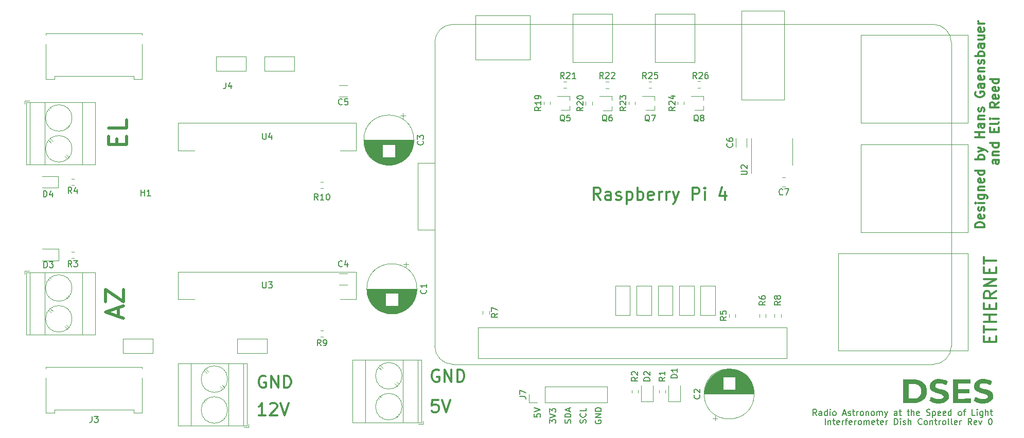
<source format=gbr>
%TF.GenerationSoftware,KiCad,Pcbnew,(6.0.0)*%
%TF.CreationDate,2022-01-20T20:45:04-08:00*%
%TF.ProjectId,dish-controller,64697368-2d63-46f6-9e74-726f6c6c6572,rev?*%
%TF.SameCoordinates,Original*%
%TF.FileFunction,Legend,Top*%
%TF.FilePolarity,Positive*%
%FSLAX46Y46*%
G04 Gerber Fmt 4.6, Leading zero omitted, Abs format (unit mm)*
G04 Created by KiCad (PCBNEW (6.0.0)) date 2022-01-20 20:45:04*
%MOMM*%
%LPD*%
G01*
G04 APERTURE LIST*
%ADD10C,0.150000*%
%ADD11C,0.300000*%
%ADD12C,0.500000*%
%ADD13C,0.120000*%
G04 APERTURE END LIST*
D10*
X115000000Y-108261904D02*
X114952380Y-108357142D01*
X114952380Y-108500000D01*
X115000000Y-108642857D01*
X115095238Y-108738095D01*
X115190476Y-108785714D01*
X115380952Y-108833333D01*
X115523809Y-108833333D01*
X115714285Y-108785714D01*
X115809523Y-108738095D01*
X115904761Y-108642857D01*
X115952380Y-108500000D01*
X115952380Y-108404761D01*
X115904761Y-108261904D01*
X115857142Y-108214285D01*
X115523809Y-108214285D01*
X115523809Y-108404761D01*
X115952380Y-107785714D02*
X114952380Y-107785714D01*
X115952380Y-107214285D01*
X114952380Y-107214285D01*
X115952380Y-106738095D02*
X114952380Y-106738095D01*
X114952380Y-106500000D01*
X115000000Y-106357142D01*
X115095238Y-106261904D01*
X115190476Y-106214285D01*
X115380952Y-106166666D01*
X115523809Y-106166666D01*
X115714285Y-106214285D01*
X115809523Y-106261904D01*
X115904761Y-106357142D01*
X115952380Y-106500000D01*
X115952380Y-106738095D01*
X113404761Y-108690476D02*
X113452380Y-108547619D01*
X113452380Y-108309523D01*
X113404761Y-108214285D01*
X113357142Y-108166666D01*
X113261904Y-108119047D01*
X113166666Y-108119047D01*
X113071428Y-108166666D01*
X113023809Y-108214285D01*
X112976190Y-108309523D01*
X112928571Y-108500000D01*
X112880952Y-108595238D01*
X112833333Y-108642857D01*
X112738095Y-108690476D01*
X112642857Y-108690476D01*
X112547619Y-108642857D01*
X112500000Y-108595238D01*
X112452380Y-108500000D01*
X112452380Y-108261904D01*
X112500000Y-108119047D01*
X113357142Y-107119047D02*
X113404761Y-107166666D01*
X113452380Y-107309523D01*
X113452380Y-107404761D01*
X113404761Y-107547619D01*
X113309523Y-107642857D01*
X113214285Y-107690476D01*
X113023809Y-107738095D01*
X112880952Y-107738095D01*
X112690476Y-107690476D01*
X112595238Y-107642857D01*
X112500000Y-107547619D01*
X112452380Y-107404761D01*
X112452380Y-107309523D01*
X112500000Y-107166666D01*
X112547619Y-107119047D01*
X113452380Y-106214285D02*
X113452380Y-106690476D01*
X112452380Y-106690476D01*
X110904761Y-108714285D02*
X110952380Y-108571428D01*
X110952380Y-108333333D01*
X110904761Y-108238095D01*
X110857142Y-108190476D01*
X110761904Y-108142857D01*
X110666666Y-108142857D01*
X110571428Y-108190476D01*
X110523809Y-108238095D01*
X110476190Y-108333333D01*
X110428571Y-108523809D01*
X110380952Y-108619047D01*
X110333333Y-108666666D01*
X110238095Y-108714285D01*
X110142857Y-108714285D01*
X110047619Y-108666666D01*
X110000000Y-108619047D01*
X109952380Y-108523809D01*
X109952380Y-108285714D01*
X110000000Y-108142857D01*
X110952380Y-107714285D02*
X109952380Y-107714285D01*
X109952380Y-107476190D01*
X110000000Y-107333333D01*
X110095238Y-107238095D01*
X110190476Y-107190476D01*
X110380952Y-107142857D01*
X110523809Y-107142857D01*
X110714285Y-107190476D01*
X110809523Y-107238095D01*
X110904761Y-107333333D01*
X110952380Y-107476190D01*
X110952380Y-107714285D01*
X110666666Y-106761904D02*
X110666666Y-106285714D01*
X110952380Y-106857142D02*
X109952380Y-106523809D01*
X110952380Y-106190476D01*
X104952380Y-107190476D02*
X104952380Y-107666666D01*
X105428571Y-107714285D01*
X105380952Y-107666666D01*
X105333333Y-107571428D01*
X105333333Y-107333333D01*
X105380952Y-107238095D01*
X105428571Y-107190476D01*
X105523809Y-107142857D01*
X105761904Y-107142857D01*
X105857142Y-107190476D01*
X105904761Y-107238095D01*
X105952380Y-107333333D01*
X105952380Y-107571428D01*
X105904761Y-107666666D01*
X105857142Y-107714285D01*
X104952380Y-106857142D02*
X105952380Y-106523809D01*
X104952380Y-106190476D01*
X107452380Y-108738095D02*
X107452380Y-108119047D01*
X107833333Y-108452380D01*
X107833333Y-108309523D01*
X107880952Y-108214285D01*
X107928571Y-108166666D01*
X108023809Y-108119047D01*
X108261904Y-108119047D01*
X108357142Y-108166666D01*
X108404761Y-108214285D01*
X108452380Y-108309523D01*
X108452380Y-108595238D01*
X108404761Y-108690476D01*
X108357142Y-108738095D01*
X107452380Y-107833333D02*
X108452380Y-107500000D01*
X107452380Y-107166666D01*
X107452380Y-106928571D02*
X107452380Y-106309523D01*
X107833333Y-106642857D01*
X107833333Y-106500000D01*
X107880952Y-106404761D01*
X107928571Y-106357142D01*
X108023809Y-106309523D01*
X108261904Y-106309523D01*
X108357142Y-106357142D01*
X108404761Y-106404761D01*
X108452380Y-106500000D01*
X108452380Y-106785714D01*
X108404761Y-106880952D01*
X108357142Y-106928571D01*
D11*
X179857142Y-95357142D02*
X179857142Y-94690476D01*
X180904761Y-94404761D02*
X180904761Y-95357142D01*
X178904761Y-95357142D01*
X178904761Y-94404761D01*
X178904761Y-93833333D02*
X178904761Y-92690476D01*
X180904761Y-93261904D02*
X178904761Y-93261904D01*
X180904761Y-92023809D02*
X178904761Y-92023809D01*
X179857142Y-92023809D02*
X179857142Y-90880952D01*
X180904761Y-90880952D02*
X178904761Y-90880952D01*
X179857142Y-89928571D02*
X179857142Y-89261904D01*
X180904761Y-88976190D02*
X180904761Y-89928571D01*
X178904761Y-89928571D01*
X178904761Y-88976190D01*
X180904761Y-86976190D02*
X179952380Y-87642857D01*
X180904761Y-88119047D02*
X178904761Y-88119047D01*
X178904761Y-87357142D01*
X179000000Y-87166666D01*
X179095238Y-87071428D01*
X179285714Y-86976190D01*
X179571428Y-86976190D01*
X179761904Y-87071428D01*
X179857142Y-87166666D01*
X179952380Y-87357142D01*
X179952380Y-88119047D01*
X180904761Y-86119047D02*
X178904761Y-86119047D01*
X180904761Y-84976190D01*
X178904761Y-84976190D01*
X179857142Y-84023809D02*
X179857142Y-83357142D01*
X180904761Y-83071428D02*
X180904761Y-84023809D01*
X178904761Y-84023809D01*
X178904761Y-83071428D01*
X178904761Y-82500000D02*
X178904761Y-81357142D01*
X180904761Y-81928571D02*
X178904761Y-81928571D01*
X178971071Y-76464285D02*
X177471071Y-76464285D01*
X177471071Y-76107142D01*
X177542500Y-75892857D01*
X177685357Y-75750000D01*
X177828214Y-75678571D01*
X178113928Y-75607142D01*
X178328214Y-75607142D01*
X178613928Y-75678571D01*
X178756785Y-75750000D01*
X178899642Y-75892857D01*
X178971071Y-76107142D01*
X178971071Y-76464285D01*
X178899642Y-74392857D02*
X178971071Y-74535714D01*
X178971071Y-74821428D01*
X178899642Y-74964285D01*
X178756785Y-75035714D01*
X178185357Y-75035714D01*
X178042500Y-74964285D01*
X177971071Y-74821428D01*
X177971071Y-74535714D01*
X178042500Y-74392857D01*
X178185357Y-74321428D01*
X178328214Y-74321428D01*
X178471071Y-75035714D01*
X178899642Y-73750000D02*
X178971071Y-73607142D01*
X178971071Y-73321428D01*
X178899642Y-73178571D01*
X178756785Y-73107142D01*
X178685357Y-73107142D01*
X178542500Y-73178571D01*
X178471071Y-73321428D01*
X178471071Y-73535714D01*
X178399642Y-73678571D01*
X178256785Y-73750000D01*
X178185357Y-73750000D01*
X178042500Y-73678571D01*
X177971071Y-73535714D01*
X177971071Y-73321428D01*
X178042500Y-73178571D01*
X178971071Y-72464285D02*
X177971071Y-72464285D01*
X177471071Y-72464285D02*
X177542500Y-72535714D01*
X177613928Y-72464285D01*
X177542500Y-72392857D01*
X177471071Y-72464285D01*
X177613928Y-72464285D01*
X177971071Y-71107142D02*
X179185357Y-71107142D01*
X179328214Y-71178571D01*
X179399642Y-71250000D01*
X179471071Y-71392857D01*
X179471071Y-71607142D01*
X179399642Y-71750000D01*
X178899642Y-71107142D02*
X178971071Y-71250000D01*
X178971071Y-71535714D01*
X178899642Y-71678571D01*
X178828214Y-71750000D01*
X178685357Y-71821428D01*
X178256785Y-71821428D01*
X178113928Y-71750000D01*
X178042500Y-71678571D01*
X177971071Y-71535714D01*
X177971071Y-71250000D01*
X178042500Y-71107142D01*
X177971071Y-70392857D02*
X178971071Y-70392857D01*
X178113928Y-70392857D02*
X178042500Y-70321428D01*
X177971071Y-70178571D01*
X177971071Y-69964285D01*
X178042500Y-69821428D01*
X178185357Y-69750000D01*
X178971071Y-69750000D01*
X178899642Y-68464285D02*
X178971071Y-68607142D01*
X178971071Y-68892857D01*
X178899642Y-69035714D01*
X178756785Y-69107142D01*
X178185357Y-69107142D01*
X178042500Y-69035714D01*
X177971071Y-68892857D01*
X177971071Y-68607142D01*
X178042500Y-68464285D01*
X178185357Y-68392857D01*
X178328214Y-68392857D01*
X178471071Y-69107142D01*
X178971071Y-67107142D02*
X177471071Y-67107142D01*
X178899642Y-67107142D02*
X178971071Y-67250000D01*
X178971071Y-67535714D01*
X178899642Y-67678571D01*
X178828214Y-67750000D01*
X178685357Y-67821428D01*
X178256785Y-67821428D01*
X178113928Y-67750000D01*
X178042500Y-67678571D01*
X177971071Y-67535714D01*
X177971071Y-67250000D01*
X178042500Y-67107142D01*
X178971071Y-65250000D02*
X177471071Y-65250000D01*
X178042500Y-65250000D02*
X177971071Y-65107142D01*
X177971071Y-64821428D01*
X178042500Y-64678571D01*
X178113928Y-64607142D01*
X178256785Y-64535714D01*
X178685357Y-64535714D01*
X178828214Y-64607142D01*
X178899642Y-64678571D01*
X178971071Y-64821428D01*
X178971071Y-65107142D01*
X178899642Y-65250000D01*
X177971071Y-64035714D02*
X178971071Y-63678571D01*
X177971071Y-63321428D02*
X178971071Y-63678571D01*
X179328214Y-63821428D01*
X179399642Y-63892857D01*
X179471071Y-64035714D01*
X178971071Y-61607142D02*
X177471071Y-61607142D01*
X178185357Y-61607142D02*
X178185357Y-60750000D01*
X178971071Y-60750000D02*
X177471071Y-60750000D01*
X178971071Y-59392857D02*
X178185357Y-59392857D01*
X178042500Y-59464285D01*
X177971071Y-59607142D01*
X177971071Y-59892857D01*
X178042500Y-60035714D01*
X178899642Y-59392857D02*
X178971071Y-59535714D01*
X178971071Y-59892857D01*
X178899642Y-60035714D01*
X178756785Y-60107142D01*
X178613928Y-60107142D01*
X178471071Y-60035714D01*
X178399642Y-59892857D01*
X178399642Y-59535714D01*
X178328214Y-59392857D01*
X177971071Y-58678571D02*
X178971071Y-58678571D01*
X178113928Y-58678571D02*
X178042500Y-58607142D01*
X177971071Y-58464285D01*
X177971071Y-58250000D01*
X178042500Y-58107142D01*
X178185357Y-58035714D01*
X178971071Y-58035714D01*
X178899642Y-57392857D02*
X178971071Y-57250000D01*
X178971071Y-56964285D01*
X178899642Y-56821428D01*
X178756785Y-56750000D01*
X178685357Y-56750000D01*
X178542500Y-56821428D01*
X178471071Y-56964285D01*
X178471071Y-57178571D01*
X178399642Y-57321428D01*
X178256785Y-57392857D01*
X178185357Y-57392857D01*
X178042500Y-57321428D01*
X177971071Y-57178571D01*
X177971071Y-56964285D01*
X178042500Y-56821428D01*
X177542500Y-54178571D02*
X177471071Y-54321428D01*
X177471071Y-54535714D01*
X177542500Y-54750000D01*
X177685357Y-54892857D01*
X177828214Y-54964285D01*
X178113928Y-55035714D01*
X178328214Y-55035714D01*
X178613928Y-54964285D01*
X178756785Y-54892857D01*
X178899642Y-54750000D01*
X178971071Y-54535714D01*
X178971071Y-54392857D01*
X178899642Y-54178571D01*
X178828214Y-54107142D01*
X178328214Y-54107142D01*
X178328214Y-54392857D01*
X178971071Y-52821428D02*
X178185357Y-52821428D01*
X178042500Y-52892857D01*
X177971071Y-53035714D01*
X177971071Y-53321428D01*
X178042500Y-53464285D01*
X178899642Y-52821428D02*
X178971071Y-52964285D01*
X178971071Y-53321428D01*
X178899642Y-53464285D01*
X178756785Y-53535714D01*
X178613928Y-53535714D01*
X178471071Y-53464285D01*
X178399642Y-53321428D01*
X178399642Y-52964285D01*
X178328214Y-52821428D01*
X178899642Y-51535714D02*
X178971071Y-51678571D01*
X178971071Y-51964285D01*
X178899642Y-52107142D01*
X178756785Y-52178571D01*
X178185357Y-52178571D01*
X178042500Y-52107142D01*
X177971071Y-51964285D01*
X177971071Y-51678571D01*
X178042500Y-51535714D01*
X178185357Y-51464285D01*
X178328214Y-51464285D01*
X178471071Y-52178571D01*
X177971071Y-50821428D02*
X178971071Y-50821428D01*
X178113928Y-50821428D02*
X178042500Y-50750000D01*
X177971071Y-50607142D01*
X177971071Y-50392857D01*
X178042500Y-50250000D01*
X178185357Y-50178571D01*
X178971071Y-50178571D01*
X178899642Y-49535714D02*
X178971071Y-49392857D01*
X178971071Y-49107142D01*
X178899642Y-48964285D01*
X178756785Y-48892857D01*
X178685357Y-48892857D01*
X178542500Y-48964285D01*
X178471071Y-49107142D01*
X178471071Y-49321428D01*
X178399642Y-49464285D01*
X178256785Y-49535714D01*
X178185357Y-49535714D01*
X178042500Y-49464285D01*
X177971071Y-49321428D01*
X177971071Y-49107142D01*
X178042500Y-48964285D01*
X178971071Y-48250000D02*
X177471071Y-48250000D01*
X178042500Y-48250000D02*
X177971071Y-48107142D01*
X177971071Y-47821428D01*
X178042500Y-47678571D01*
X178113928Y-47607142D01*
X178256785Y-47535714D01*
X178685357Y-47535714D01*
X178828214Y-47607142D01*
X178899642Y-47678571D01*
X178971071Y-47821428D01*
X178971071Y-48107142D01*
X178899642Y-48250000D01*
X178971071Y-46250000D02*
X178185357Y-46250000D01*
X178042500Y-46321428D01*
X177971071Y-46464285D01*
X177971071Y-46750000D01*
X178042500Y-46892857D01*
X178899642Y-46250000D02*
X178971071Y-46392857D01*
X178971071Y-46750000D01*
X178899642Y-46892857D01*
X178756785Y-46964285D01*
X178613928Y-46964285D01*
X178471071Y-46892857D01*
X178399642Y-46750000D01*
X178399642Y-46392857D01*
X178328214Y-46250000D01*
X177971071Y-44892857D02*
X178971071Y-44892857D01*
X177971071Y-45535714D02*
X178756785Y-45535714D01*
X178899642Y-45464285D01*
X178971071Y-45321428D01*
X178971071Y-45107142D01*
X178899642Y-44964285D01*
X178828214Y-44892857D01*
X178899642Y-43607142D02*
X178971071Y-43750000D01*
X178971071Y-44035714D01*
X178899642Y-44178571D01*
X178756785Y-44250000D01*
X178185357Y-44250000D01*
X178042500Y-44178571D01*
X177971071Y-44035714D01*
X177971071Y-43750000D01*
X178042500Y-43607142D01*
X178185357Y-43535714D01*
X178328214Y-43535714D01*
X178471071Y-44250000D01*
X178971071Y-42892857D02*
X177971071Y-42892857D01*
X178256785Y-42892857D02*
X178113928Y-42821428D01*
X178042500Y-42750000D01*
X177971071Y-42607142D01*
X177971071Y-42464285D01*
X181386071Y-65321428D02*
X180600357Y-65321428D01*
X180457500Y-65392857D01*
X180386071Y-65535714D01*
X180386071Y-65821428D01*
X180457500Y-65964285D01*
X181314642Y-65321428D02*
X181386071Y-65464285D01*
X181386071Y-65821428D01*
X181314642Y-65964285D01*
X181171785Y-66035714D01*
X181028928Y-66035714D01*
X180886071Y-65964285D01*
X180814642Y-65821428D01*
X180814642Y-65464285D01*
X180743214Y-65321428D01*
X180386071Y-64607142D02*
X181386071Y-64607142D01*
X180528928Y-64607142D02*
X180457500Y-64535714D01*
X180386071Y-64392857D01*
X180386071Y-64178571D01*
X180457500Y-64035714D01*
X180600357Y-63964285D01*
X181386071Y-63964285D01*
X181386071Y-62607142D02*
X179886071Y-62607142D01*
X181314642Y-62607142D02*
X181386071Y-62750000D01*
X181386071Y-63035714D01*
X181314642Y-63178571D01*
X181243214Y-63250000D01*
X181100357Y-63321428D01*
X180671785Y-63321428D01*
X180528928Y-63250000D01*
X180457500Y-63178571D01*
X180386071Y-63035714D01*
X180386071Y-62750000D01*
X180457500Y-62607142D01*
X180600357Y-60750000D02*
X180600357Y-60250000D01*
X181386071Y-60035714D02*
X181386071Y-60750000D01*
X179886071Y-60750000D01*
X179886071Y-60035714D01*
X181386071Y-59178571D02*
X181314642Y-59321428D01*
X181171785Y-59392857D01*
X179886071Y-59392857D01*
X181386071Y-58607142D02*
X180386071Y-58607142D01*
X179886071Y-58607142D02*
X179957500Y-58678571D01*
X180028928Y-58607142D01*
X179957500Y-58535714D01*
X179886071Y-58607142D01*
X180028928Y-58607142D01*
X181386071Y-55892857D02*
X180671785Y-56392857D01*
X181386071Y-56750000D02*
X179886071Y-56750000D01*
X179886071Y-56178571D01*
X179957500Y-56035714D01*
X180028928Y-55964285D01*
X180171785Y-55892857D01*
X180386071Y-55892857D01*
X180528928Y-55964285D01*
X180600357Y-56035714D01*
X180671785Y-56178571D01*
X180671785Y-56750000D01*
X181314642Y-54678571D02*
X181386071Y-54821428D01*
X181386071Y-55107142D01*
X181314642Y-55250000D01*
X181171785Y-55321428D01*
X180600357Y-55321428D01*
X180457500Y-55250000D01*
X180386071Y-55107142D01*
X180386071Y-54821428D01*
X180457500Y-54678571D01*
X180600357Y-54607142D01*
X180743214Y-54607142D01*
X180886071Y-55321428D01*
X181314642Y-53392857D02*
X181386071Y-53535714D01*
X181386071Y-53821428D01*
X181314642Y-53964285D01*
X181171785Y-54035714D01*
X180600357Y-54035714D01*
X180457500Y-53964285D01*
X180386071Y-53821428D01*
X180386071Y-53535714D01*
X180457500Y-53392857D01*
X180600357Y-53321428D01*
X180743214Y-53321428D01*
X180886071Y-54035714D01*
X181386071Y-52035714D02*
X179886071Y-52035714D01*
X181314642Y-52035714D02*
X181386071Y-52178571D01*
X181386071Y-52464285D01*
X181314642Y-52607142D01*
X181243214Y-52678571D01*
X181100357Y-52750000D01*
X180671785Y-52750000D01*
X180528928Y-52678571D01*
X180457500Y-52607142D01*
X180386071Y-52464285D01*
X180386071Y-52178571D01*
X180457500Y-52035714D01*
D12*
X36285714Y-62857142D02*
X36285714Y-61857142D01*
X37857142Y-61428571D02*
X37857142Y-62857142D01*
X34857142Y-62857142D01*
X34857142Y-61428571D01*
X37857142Y-58714285D02*
X37857142Y-60142857D01*
X34857142Y-60142857D01*
X36500000Y-91142857D02*
X36500000Y-89714285D01*
X37357142Y-91428571D02*
X34357142Y-90428571D01*
X37357142Y-89428571D01*
X34357142Y-88714285D02*
X34357142Y-86714285D01*
X37357142Y-88714285D01*
X37357142Y-86714285D01*
D10*
X152809523Y-108952380D02*
X152809523Y-107952380D01*
X153285714Y-108285714D02*
X153285714Y-108952380D01*
X153285714Y-108380952D02*
X153333333Y-108333333D01*
X153428571Y-108285714D01*
X153571428Y-108285714D01*
X153666666Y-108333333D01*
X153714285Y-108428571D01*
X153714285Y-108952380D01*
X154047619Y-108285714D02*
X154428571Y-108285714D01*
X154190476Y-107952380D02*
X154190476Y-108809523D01*
X154238095Y-108904761D01*
X154333333Y-108952380D01*
X154428571Y-108952380D01*
X155142857Y-108904761D02*
X155047619Y-108952380D01*
X154857142Y-108952380D01*
X154761904Y-108904761D01*
X154714285Y-108809523D01*
X154714285Y-108428571D01*
X154761904Y-108333333D01*
X154857142Y-108285714D01*
X155047619Y-108285714D01*
X155142857Y-108333333D01*
X155190476Y-108428571D01*
X155190476Y-108523809D01*
X154714285Y-108619047D01*
X155619047Y-108952380D02*
X155619047Y-108285714D01*
X155619047Y-108476190D02*
X155666666Y-108380952D01*
X155714285Y-108333333D01*
X155809523Y-108285714D01*
X155904761Y-108285714D01*
X156095238Y-108285714D02*
X156476190Y-108285714D01*
X156238095Y-108952380D02*
X156238095Y-108095238D01*
X156285714Y-108000000D01*
X156380952Y-107952380D01*
X156476190Y-107952380D01*
X157190476Y-108904761D02*
X157095238Y-108952380D01*
X156904761Y-108952380D01*
X156809523Y-108904761D01*
X156761904Y-108809523D01*
X156761904Y-108428571D01*
X156809523Y-108333333D01*
X156904761Y-108285714D01*
X157095238Y-108285714D01*
X157190476Y-108333333D01*
X157238095Y-108428571D01*
X157238095Y-108523809D01*
X156761904Y-108619047D01*
X157666666Y-108952380D02*
X157666666Y-108285714D01*
X157666666Y-108476190D02*
X157714285Y-108380952D01*
X157761904Y-108333333D01*
X157857142Y-108285714D01*
X157952380Y-108285714D01*
X158428571Y-108952380D02*
X158333333Y-108904761D01*
X158285714Y-108857142D01*
X158238095Y-108761904D01*
X158238095Y-108476190D01*
X158285714Y-108380952D01*
X158333333Y-108333333D01*
X158428571Y-108285714D01*
X158571428Y-108285714D01*
X158666666Y-108333333D01*
X158714285Y-108380952D01*
X158761904Y-108476190D01*
X158761904Y-108761904D01*
X158714285Y-108857142D01*
X158666666Y-108904761D01*
X158571428Y-108952380D01*
X158428571Y-108952380D01*
X159190476Y-108952380D02*
X159190476Y-108285714D01*
X159190476Y-108380952D02*
X159238095Y-108333333D01*
X159333333Y-108285714D01*
X159476190Y-108285714D01*
X159571428Y-108333333D01*
X159619047Y-108428571D01*
X159619047Y-108952380D01*
X159619047Y-108428571D02*
X159666666Y-108333333D01*
X159761904Y-108285714D01*
X159904761Y-108285714D01*
X160000000Y-108333333D01*
X160047619Y-108428571D01*
X160047619Y-108952380D01*
X160904761Y-108904761D02*
X160809523Y-108952380D01*
X160619047Y-108952380D01*
X160523809Y-108904761D01*
X160476190Y-108809523D01*
X160476190Y-108428571D01*
X160523809Y-108333333D01*
X160619047Y-108285714D01*
X160809523Y-108285714D01*
X160904761Y-108333333D01*
X160952380Y-108428571D01*
X160952380Y-108523809D01*
X160476190Y-108619047D01*
X161238095Y-108285714D02*
X161619047Y-108285714D01*
X161380952Y-107952380D02*
X161380952Y-108809523D01*
X161428571Y-108904761D01*
X161523809Y-108952380D01*
X161619047Y-108952380D01*
X162333333Y-108904761D02*
X162238095Y-108952380D01*
X162047619Y-108952380D01*
X161952380Y-108904761D01*
X161904761Y-108809523D01*
X161904761Y-108428571D01*
X161952380Y-108333333D01*
X162047619Y-108285714D01*
X162238095Y-108285714D01*
X162333333Y-108333333D01*
X162380952Y-108428571D01*
X162380952Y-108523809D01*
X161904761Y-108619047D01*
X162809523Y-108952380D02*
X162809523Y-108285714D01*
X162809523Y-108476190D02*
X162857142Y-108380952D01*
X162904761Y-108333333D01*
X163000000Y-108285714D01*
X163095238Y-108285714D01*
X164190476Y-108952380D02*
X164190476Y-107952380D01*
X164428571Y-107952380D01*
X164571428Y-108000000D01*
X164666666Y-108095238D01*
X164714285Y-108190476D01*
X164761904Y-108380952D01*
X164761904Y-108523809D01*
X164714285Y-108714285D01*
X164666666Y-108809523D01*
X164571428Y-108904761D01*
X164428571Y-108952380D01*
X164190476Y-108952380D01*
X165190476Y-108952380D02*
X165190476Y-108285714D01*
X165190476Y-107952380D02*
X165142857Y-108000000D01*
X165190476Y-108047619D01*
X165238095Y-108000000D01*
X165190476Y-107952380D01*
X165190476Y-108047619D01*
X165619047Y-108904761D02*
X165714285Y-108952380D01*
X165904761Y-108952380D01*
X166000000Y-108904761D01*
X166047619Y-108809523D01*
X166047619Y-108761904D01*
X166000000Y-108666666D01*
X165904761Y-108619047D01*
X165761904Y-108619047D01*
X165666666Y-108571428D01*
X165619047Y-108476190D01*
X165619047Y-108428571D01*
X165666666Y-108333333D01*
X165761904Y-108285714D01*
X165904761Y-108285714D01*
X166000000Y-108333333D01*
X166476190Y-108952380D02*
X166476190Y-107952380D01*
X166904761Y-108952380D02*
X166904761Y-108428571D01*
X166857142Y-108333333D01*
X166761904Y-108285714D01*
X166619047Y-108285714D01*
X166523809Y-108333333D01*
X166476190Y-108380952D01*
X168714285Y-108857142D02*
X168666666Y-108904761D01*
X168523809Y-108952380D01*
X168428571Y-108952380D01*
X168285714Y-108904761D01*
X168190476Y-108809523D01*
X168142857Y-108714285D01*
X168095238Y-108523809D01*
X168095238Y-108380952D01*
X168142857Y-108190476D01*
X168190476Y-108095238D01*
X168285714Y-108000000D01*
X168428571Y-107952380D01*
X168523809Y-107952380D01*
X168666666Y-108000000D01*
X168714285Y-108047619D01*
X169285714Y-108952380D02*
X169190476Y-108904761D01*
X169142857Y-108857142D01*
X169095238Y-108761904D01*
X169095238Y-108476190D01*
X169142857Y-108380952D01*
X169190476Y-108333333D01*
X169285714Y-108285714D01*
X169428571Y-108285714D01*
X169523809Y-108333333D01*
X169571428Y-108380952D01*
X169619047Y-108476190D01*
X169619047Y-108761904D01*
X169571428Y-108857142D01*
X169523809Y-108904761D01*
X169428571Y-108952380D01*
X169285714Y-108952380D01*
X170047619Y-108285714D02*
X170047619Y-108952380D01*
X170047619Y-108380952D02*
X170095238Y-108333333D01*
X170190476Y-108285714D01*
X170333333Y-108285714D01*
X170428571Y-108333333D01*
X170476190Y-108428571D01*
X170476190Y-108952380D01*
X170809523Y-108285714D02*
X171190476Y-108285714D01*
X170952380Y-107952380D02*
X170952380Y-108809523D01*
X171000000Y-108904761D01*
X171095238Y-108952380D01*
X171190476Y-108952380D01*
X171523809Y-108952380D02*
X171523809Y-108285714D01*
X171523809Y-108476190D02*
X171571428Y-108380952D01*
X171619047Y-108333333D01*
X171714285Y-108285714D01*
X171809523Y-108285714D01*
X172285714Y-108952380D02*
X172190476Y-108904761D01*
X172142857Y-108857142D01*
X172095238Y-108761904D01*
X172095238Y-108476190D01*
X172142857Y-108380952D01*
X172190476Y-108333333D01*
X172285714Y-108285714D01*
X172428571Y-108285714D01*
X172523809Y-108333333D01*
X172571428Y-108380952D01*
X172619047Y-108476190D01*
X172619047Y-108761904D01*
X172571428Y-108857142D01*
X172523809Y-108904761D01*
X172428571Y-108952380D01*
X172285714Y-108952380D01*
X173190476Y-108952380D02*
X173095238Y-108904761D01*
X173047619Y-108809523D01*
X173047619Y-107952380D01*
X173714285Y-108952380D02*
X173619047Y-108904761D01*
X173571428Y-108809523D01*
X173571428Y-107952380D01*
X174476190Y-108904761D02*
X174380952Y-108952380D01*
X174190476Y-108952380D01*
X174095238Y-108904761D01*
X174047619Y-108809523D01*
X174047619Y-108428571D01*
X174095238Y-108333333D01*
X174190476Y-108285714D01*
X174380952Y-108285714D01*
X174476190Y-108333333D01*
X174523809Y-108428571D01*
X174523809Y-108523809D01*
X174047619Y-108619047D01*
X174952380Y-108952380D02*
X174952380Y-108285714D01*
X174952380Y-108476190D02*
X175000000Y-108380952D01*
X175047619Y-108333333D01*
X175142857Y-108285714D01*
X175238095Y-108285714D01*
X176904761Y-108952380D02*
X176571428Y-108476190D01*
X176333333Y-108952380D02*
X176333333Y-107952380D01*
X176714285Y-107952380D01*
X176809523Y-108000000D01*
X176857142Y-108047619D01*
X176904761Y-108142857D01*
X176904761Y-108285714D01*
X176857142Y-108380952D01*
X176809523Y-108428571D01*
X176714285Y-108476190D01*
X176333333Y-108476190D01*
X177714285Y-108904761D02*
X177619047Y-108952380D01*
X177428571Y-108952380D01*
X177333333Y-108904761D01*
X177285714Y-108809523D01*
X177285714Y-108428571D01*
X177333333Y-108333333D01*
X177428571Y-108285714D01*
X177619047Y-108285714D01*
X177714285Y-108333333D01*
X177761904Y-108428571D01*
X177761904Y-108523809D01*
X177285714Y-108619047D01*
X178095238Y-108285714D02*
X178333333Y-108952380D01*
X178571428Y-108285714D01*
X179904761Y-107952380D02*
X180000000Y-107952380D01*
X180095238Y-108000000D01*
X180142857Y-108047619D01*
X180190476Y-108142857D01*
X180238095Y-108333333D01*
X180238095Y-108571428D01*
X180190476Y-108761904D01*
X180142857Y-108857142D01*
X180095238Y-108904761D01*
X180000000Y-108952380D01*
X179904761Y-108952380D01*
X179809523Y-108904761D01*
X179761904Y-108857142D01*
X179714285Y-108761904D01*
X179666666Y-108571428D01*
X179666666Y-108333333D01*
X179714285Y-108142857D01*
X179761904Y-108047619D01*
X179809523Y-108000000D01*
X179904761Y-107952380D01*
D11*
X60718809Y-101000000D02*
X60528333Y-100904761D01*
X60242619Y-100904761D01*
X59956904Y-101000000D01*
X59766428Y-101190476D01*
X59671190Y-101380952D01*
X59575952Y-101761904D01*
X59575952Y-102047619D01*
X59671190Y-102428571D01*
X59766428Y-102619047D01*
X59956904Y-102809523D01*
X60242619Y-102904761D01*
X60433095Y-102904761D01*
X60718809Y-102809523D01*
X60814047Y-102714285D01*
X60814047Y-102047619D01*
X60433095Y-102047619D01*
X61671190Y-102904761D02*
X61671190Y-100904761D01*
X62814047Y-102904761D01*
X62814047Y-100904761D01*
X63766428Y-102904761D02*
X63766428Y-100904761D01*
X64242619Y-100904761D01*
X64528333Y-101000000D01*
X64718809Y-101190476D01*
X64814047Y-101380952D01*
X64909285Y-101761904D01*
X64909285Y-102047619D01*
X64814047Y-102428571D01*
X64718809Y-102619047D01*
X64528333Y-102809523D01*
X64242619Y-102904761D01*
X63766428Y-102904761D01*
X89218809Y-100000000D02*
X89028333Y-99904761D01*
X88742619Y-99904761D01*
X88456904Y-100000000D01*
X88266428Y-100190476D01*
X88171190Y-100380952D01*
X88075952Y-100761904D01*
X88075952Y-101047619D01*
X88171190Y-101428571D01*
X88266428Y-101619047D01*
X88456904Y-101809523D01*
X88742619Y-101904761D01*
X88933095Y-101904761D01*
X89218809Y-101809523D01*
X89314047Y-101714285D01*
X89314047Y-101047619D01*
X88933095Y-101047619D01*
X90171190Y-101904761D02*
X90171190Y-99904761D01*
X91314047Y-101904761D01*
X91314047Y-99904761D01*
X92266428Y-101904761D02*
X92266428Y-99904761D01*
X92742619Y-99904761D01*
X93028333Y-100000000D01*
X93218809Y-100190476D01*
X93314047Y-100380952D01*
X93409285Y-100761904D01*
X93409285Y-101047619D01*
X93314047Y-101428571D01*
X93218809Y-101619047D01*
X93028333Y-101809523D01*
X92742619Y-101904761D01*
X92266428Y-101904761D01*
D10*
X151380952Y-107452380D02*
X151047619Y-106976190D01*
X150809523Y-107452380D02*
X150809523Y-106452380D01*
X151190476Y-106452380D01*
X151285714Y-106500000D01*
X151333333Y-106547619D01*
X151380952Y-106642857D01*
X151380952Y-106785714D01*
X151333333Y-106880952D01*
X151285714Y-106928571D01*
X151190476Y-106976190D01*
X150809523Y-106976190D01*
X152238095Y-107452380D02*
X152238095Y-106928571D01*
X152190476Y-106833333D01*
X152095238Y-106785714D01*
X151904761Y-106785714D01*
X151809523Y-106833333D01*
X152238095Y-107404761D02*
X152142857Y-107452380D01*
X151904761Y-107452380D01*
X151809523Y-107404761D01*
X151761904Y-107309523D01*
X151761904Y-107214285D01*
X151809523Y-107119047D01*
X151904761Y-107071428D01*
X152142857Y-107071428D01*
X152238095Y-107023809D01*
X153142857Y-107452380D02*
X153142857Y-106452380D01*
X153142857Y-107404761D02*
X153047619Y-107452380D01*
X152857142Y-107452380D01*
X152761904Y-107404761D01*
X152714285Y-107357142D01*
X152666666Y-107261904D01*
X152666666Y-106976190D01*
X152714285Y-106880952D01*
X152761904Y-106833333D01*
X152857142Y-106785714D01*
X153047619Y-106785714D01*
X153142857Y-106833333D01*
X153619047Y-107452380D02*
X153619047Y-106785714D01*
X153619047Y-106452380D02*
X153571428Y-106500000D01*
X153619047Y-106547619D01*
X153666666Y-106500000D01*
X153619047Y-106452380D01*
X153619047Y-106547619D01*
X154238095Y-107452380D02*
X154142857Y-107404761D01*
X154095238Y-107357142D01*
X154047619Y-107261904D01*
X154047619Y-106976190D01*
X154095238Y-106880952D01*
X154142857Y-106833333D01*
X154238095Y-106785714D01*
X154380952Y-106785714D01*
X154476190Y-106833333D01*
X154523809Y-106880952D01*
X154571428Y-106976190D01*
X154571428Y-107261904D01*
X154523809Y-107357142D01*
X154476190Y-107404761D01*
X154380952Y-107452380D01*
X154238095Y-107452380D01*
X155714285Y-107166666D02*
X156190476Y-107166666D01*
X155619047Y-107452380D02*
X155952380Y-106452380D01*
X156285714Y-107452380D01*
X156571428Y-107404761D02*
X156666666Y-107452380D01*
X156857142Y-107452380D01*
X156952380Y-107404761D01*
X157000000Y-107309523D01*
X157000000Y-107261904D01*
X156952380Y-107166666D01*
X156857142Y-107119047D01*
X156714285Y-107119047D01*
X156619047Y-107071428D01*
X156571428Y-106976190D01*
X156571428Y-106928571D01*
X156619047Y-106833333D01*
X156714285Y-106785714D01*
X156857142Y-106785714D01*
X156952380Y-106833333D01*
X157285714Y-106785714D02*
X157666666Y-106785714D01*
X157428571Y-106452380D02*
X157428571Y-107309523D01*
X157476190Y-107404761D01*
X157571428Y-107452380D01*
X157666666Y-107452380D01*
X158000000Y-107452380D02*
X158000000Y-106785714D01*
X158000000Y-106976190D02*
X158047619Y-106880952D01*
X158095238Y-106833333D01*
X158190476Y-106785714D01*
X158285714Y-106785714D01*
X158761904Y-107452380D02*
X158666666Y-107404761D01*
X158619047Y-107357142D01*
X158571428Y-107261904D01*
X158571428Y-106976190D01*
X158619047Y-106880952D01*
X158666666Y-106833333D01*
X158761904Y-106785714D01*
X158904761Y-106785714D01*
X159000000Y-106833333D01*
X159047619Y-106880952D01*
X159095238Y-106976190D01*
X159095238Y-107261904D01*
X159047619Y-107357142D01*
X159000000Y-107404761D01*
X158904761Y-107452380D01*
X158761904Y-107452380D01*
X159523809Y-106785714D02*
X159523809Y-107452380D01*
X159523809Y-106880952D02*
X159571428Y-106833333D01*
X159666666Y-106785714D01*
X159809523Y-106785714D01*
X159904761Y-106833333D01*
X159952380Y-106928571D01*
X159952380Y-107452380D01*
X160571428Y-107452380D02*
X160476190Y-107404761D01*
X160428571Y-107357142D01*
X160380952Y-107261904D01*
X160380952Y-106976190D01*
X160428571Y-106880952D01*
X160476190Y-106833333D01*
X160571428Y-106785714D01*
X160714285Y-106785714D01*
X160809523Y-106833333D01*
X160857142Y-106880952D01*
X160904761Y-106976190D01*
X160904761Y-107261904D01*
X160857142Y-107357142D01*
X160809523Y-107404761D01*
X160714285Y-107452380D01*
X160571428Y-107452380D01*
X161333333Y-107452380D02*
X161333333Y-106785714D01*
X161333333Y-106880952D02*
X161380952Y-106833333D01*
X161476190Y-106785714D01*
X161619047Y-106785714D01*
X161714285Y-106833333D01*
X161761904Y-106928571D01*
X161761904Y-107452380D01*
X161761904Y-106928571D02*
X161809523Y-106833333D01*
X161904761Y-106785714D01*
X162047619Y-106785714D01*
X162142857Y-106833333D01*
X162190476Y-106928571D01*
X162190476Y-107452380D01*
X162571428Y-106785714D02*
X162809523Y-107452380D01*
X163047619Y-106785714D02*
X162809523Y-107452380D01*
X162714285Y-107690476D01*
X162666666Y-107738095D01*
X162571428Y-107785714D01*
X164619047Y-107452380D02*
X164619047Y-106928571D01*
X164571428Y-106833333D01*
X164476190Y-106785714D01*
X164285714Y-106785714D01*
X164190476Y-106833333D01*
X164619047Y-107404761D02*
X164523809Y-107452380D01*
X164285714Y-107452380D01*
X164190476Y-107404761D01*
X164142857Y-107309523D01*
X164142857Y-107214285D01*
X164190476Y-107119047D01*
X164285714Y-107071428D01*
X164523809Y-107071428D01*
X164619047Y-107023809D01*
X164952380Y-106785714D02*
X165333333Y-106785714D01*
X165095238Y-106452380D02*
X165095238Y-107309523D01*
X165142857Y-107404761D01*
X165238095Y-107452380D01*
X165333333Y-107452380D01*
X166285714Y-106785714D02*
X166666666Y-106785714D01*
X166428571Y-106452380D02*
X166428571Y-107309523D01*
X166476190Y-107404761D01*
X166571428Y-107452380D01*
X166666666Y-107452380D01*
X167000000Y-107452380D02*
X167000000Y-106452380D01*
X167428571Y-107452380D02*
X167428571Y-106928571D01*
X167380952Y-106833333D01*
X167285714Y-106785714D01*
X167142857Y-106785714D01*
X167047619Y-106833333D01*
X167000000Y-106880952D01*
X168285714Y-107404761D02*
X168190476Y-107452380D01*
X168000000Y-107452380D01*
X167904761Y-107404761D01*
X167857142Y-107309523D01*
X167857142Y-106928571D01*
X167904761Y-106833333D01*
X168000000Y-106785714D01*
X168190476Y-106785714D01*
X168285714Y-106833333D01*
X168333333Y-106928571D01*
X168333333Y-107023809D01*
X167857142Y-107119047D01*
X169476190Y-107404761D02*
X169619047Y-107452380D01*
X169857142Y-107452380D01*
X169952380Y-107404761D01*
X170000000Y-107357142D01*
X170047619Y-107261904D01*
X170047619Y-107166666D01*
X170000000Y-107071428D01*
X169952380Y-107023809D01*
X169857142Y-106976190D01*
X169666666Y-106928571D01*
X169571428Y-106880952D01*
X169523809Y-106833333D01*
X169476190Y-106738095D01*
X169476190Y-106642857D01*
X169523809Y-106547619D01*
X169571428Y-106500000D01*
X169666666Y-106452380D01*
X169904761Y-106452380D01*
X170047619Y-106500000D01*
X170476190Y-106785714D02*
X170476190Y-107785714D01*
X170476190Y-106833333D02*
X170571428Y-106785714D01*
X170761904Y-106785714D01*
X170857142Y-106833333D01*
X170904761Y-106880952D01*
X170952380Y-106976190D01*
X170952380Y-107261904D01*
X170904761Y-107357142D01*
X170857142Y-107404761D01*
X170761904Y-107452380D01*
X170571428Y-107452380D01*
X170476190Y-107404761D01*
X171761904Y-107404761D02*
X171666666Y-107452380D01*
X171476190Y-107452380D01*
X171380952Y-107404761D01*
X171333333Y-107309523D01*
X171333333Y-106928571D01*
X171380952Y-106833333D01*
X171476190Y-106785714D01*
X171666666Y-106785714D01*
X171761904Y-106833333D01*
X171809523Y-106928571D01*
X171809523Y-107023809D01*
X171333333Y-107119047D01*
X172619047Y-107404761D02*
X172523809Y-107452380D01*
X172333333Y-107452380D01*
X172238095Y-107404761D01*
X172190476Y-107309523D01*
X172190476Y-106928571D01*
X172238095Y-106833333D01*
X172333333Y-106785714D01*
X172523809Y-106785714D01*
X172619047Y-106833333D01*
X172666666Y-106928571D01*
X172666666Y-107023809D01*
X172190476Y-107119047D01*
X173523809Y-107452380D02*
X173523809Y-106452380D01*
X173523809Y-107404761D02*
X173428571Y-107452380D01*
X173238095Y-107452380D01*
X173142857Y-107404761D01*
X173095238Y-107357142D01*
X173047619Y-107261904D01*
X173047619Y-106976190D01*
X173095238Y-106880952D01*
X173142857Y-106833333D01*
X173238095Y-106785714D01*
X173428571Y-106785714D01*
X173523809Y-106833333D01*
X174904761Y-107452380D02*
X174809523Y-107404761D01*
X174761904Y-107357142D01*
X174714285Y-107261904D01*
X174714285Y-106976190D01*
X174761904Y-106880952D01*
X174809523Y-106833333D01*
X174904761Y-106785714D01*
X175047619Y-106785714D01*
X175142857Y-106833333D01*
X175190476Y-106880952D01*
X175238095Y-106976190D01*
X175238095Y-107261904D01*
X175190476Y-107357142D01*
X175142857Y-107404761D01*
X175047619Y-107452380D01*
X174904761Y-107452380D01*
X175523809Y-106785714D02*
X175904761Y-106785714D01*
X175666666Y-107452380D02*
X175666666Y-106595238D01*
X175714285Y-106500000D01*
X175809523Y-106452380D01*
X175904761Y-106452380D01*
X177476190Y-107452380D02*
X177000000Y-107452380D01*
X177000000Y-106452380D01*
X177809523Y-107452380D02*
X177809523Y-106785714D01*
X177809523Y-106452380D02*
X177761904Y-106500000D01*
X177809523Y-106547619D01*
X177857142Y-106500000D01*
X177809523Y-106452380D01*
X177809523Y-106547619D01*
X178714285Y-106785714D02*
X178714285Y-107595238D01*
X178666666Y-107690476D01*
X178619047Y-107738095D01*
X178523809Y-107785714D01*
X178380952Y-107785714D01*
X178285714Y-107738095D01*
X178714285Y-107404761D02*
X178619047Y-107452380D01*
X178428571Y-107452380D01*
X178333333Y-107404761D01*
X178285714Y-107357142D01*
X178238095Y-107261904D01*
X178238095Y-106976190D01*
X178285714Y-106880952D01*
X178333333Y-106833333D01*
X178428571Y-106785714D01*
X178619047Y-106785714D01*
X178714285Y-106833333D01*
X179190476Y-107452380D02*
X179190476Y-106452380D01*
X179619047Y-107452380D02*
X179619047Y-106928571D01*
X179571428Y-106833333D01*
X179476190Y-106785714D01*
X179333333Y-106785714D01*
X179238095Y-106833333D01*
X179190476Y-106880952D01*
X179952380Y-106785714D02*
X180333333Y-106785714D01*
X180095238Y-106452380D02*
X180095238Y-107309523D01*
X180142857Y-107404761D01*
X180238095Y-107452380D01*
X180333333Y-107452380D01*
D11*
X89123571Y-104904761D02*
X88171190Y-104904761D01*
X88075952Y-105857142D01*
X88171190Y-105761904D01*
X88361666Y-105666666D01*
X88837857Y-105666666D01*
X89028333Y-105761904D01*
X89123571Y-105857142D01*
X89218809Y-106047619D01*
X89218809Y-106523809D01*
X89123571Y-106714285D01*
X89028333Y-106809523D01*
X88837857Y-106904761D01*
X88361666Y-106904761D01*
X88171190Y-106809523D01*
X88075952Y-106714285D01*
X89790238Y-104904761D02*
X90456904Y-106904761D01*
X91123571Y-104904761D01*
X60718809Y-107404761D02*
X59575952Y-107404761D01*
X60147380Y-107404761D02*
X60147380Y-105404761D01*
X59956904Y-105690476D01*
X59766428Y-105880952D01*
X59575952Y-105976190D01*
X61480714Y-105595238D02*
X61575952Y-105500000D01*
X61766428Y-105404761D01*
X62242619Y-105404761D01*
X62433095Y-105500000D01*
X62528333Y-105595238D01*
X62623571Y-105785714D01*
X62623571Y-105976190D01*
X62528333Y-106261904D01*
X61385476Y-107404761D01*
X62623571Y-107404761D01*
X63195000Y-105404761D02*
X63861666Y-107404761D01*
X64528333Y-105404761D01*
D10*
%TO.C,Q8*%
X131929761Y-59047619D02*
X131834523Y-59000000D01*
X131739285Y-58904761D01*
X131596428Y-58761904D01*
X131501190Y-58714285D01*
X131405952Y-58714285D01*
X131453571Y-58952380D02*
X131358333Y-58904761D01*
X131263095Y-58809523D01*
X131215476Y-58619047D01*
X131215476Y-58285714D01*
X131263095Y-58095238D01*
X131358333Y-58000000D01*
X131453571Y-57952380D01*
X131644047Y-57952380D01*
X131739285Y-58000000D01*
X131834523Y-58095238D01*
X131882142Y-58285714D01*
X131882142Y-58619047D01*
X131834523Y-58809523D01*
X131739285Y-58904761D01*
X131644047Y-58952380D01*
X131453571Y-58952380D01*
X132453571Y-58380952D02*
X132358333Y-58333333D01*
X132310714Y-58285714D01*
X132263095Y-58190476D01*
X132263095Y-58142857D01*
X132310714Y-58047619D01*
X132358333Y-58000000D01*
X132453571Y-57952380D01*
X132644047Y-57952380D01*
X132739285Y-58000000D01*
X132786904Y-58047619D01*
X132834523Y-58142857D01*
X132834523Y-58190476D01*
X132786904Y-58285714D01*
X132739285Y-58333333D01*
X132644047Y-58380952D01*
X132453571Y-58380952D01*
X132358333Y-58428571D01*
X132310714Y-58476190D01*
X132263095Y-58571428D01*
X132263095Y-58761904D01*
X132310714Y-58857142D01*
X132358333Y-58904761D01*
X132453571Y-58952380D01*
X132644047Y-58952380D01*
X132739285Y-58904761D01*
X132786904Y-58857142D01*
X132834523Y-58761904D01*
X132834523Y-58571428D01*
X132786904Y-58476190D01*
X132739285Y-58428571D01*
X132644047Y-58380952D01*
%TO.C,Q7*%
X123904761Y-59047619D02*
X123809523Y-59000000D01*
X123714285Y-58904761D01*
X123571428Y-58761904D01*
X123476190Y-58714285D01*
X123380952Y-58714285D01*
X123428571Y-58952380D02*
X123333333Y-58904761D01*
X123238095Y-58809523D01*
X123190476Y-58619047D01*
X123190476Y-58285714D01*
X123238095Y-58095238D01*
X123333333Y-58000000D01*
X123428571Y-57952380D01*
X123619047Y-57952380D01*
X123714285Y-58000000D01*
X123809523Y-58095238D01*
X123857142Y-58285714D01*
X123857142Y-58619047D01*
X123809523Y-58809523D01*
X123714285Y-58904761D01*
X123619047Y-58952380D01*
X123428571Y-58952380D01*
X124190476Y-57952380D02*
X124857142Y-57952380D01*
X124428571Y-58952380D01*
%TO.C,Q6*%
X116867261Y-59047619D02*
X116772023Y-59000000D01*
X116676785Y-58904761D01*
X116533928Y-58761904D01*
X116438690Y-58714285D01*
X116343452Y-58714285D01*
X116391071Y-58952380D02*
X116295833Y-58904761D01*
X116200595Y-58809523D01*
X116152976Y-58619047D01*
X116152976Y-58285714D01*
X116200595Y-58095238D01*
X116295833Y-58000000D01*
X116391071Y-57952380D01*
X116581547Y-57952380D01*
X116676785Y-58000000D01*
X116772023Y-58095238D01*
X116819642Y-58285714D01*
X116819642Y-58619047D01*
X116772023Y-58809523D01*
X116676785Y-58904761D01*
X116581547Y-58952380D01*
X116391071Y-58952380D01*
X117676785Y-57952380D02*
X117486309Y-57952380D01*
X117391071Y-58000000D01*
X117343452Y-58047619D01*
X117248214Y-58190476D01*
X117200595Y-58380952D01*
X117200595Y-58761904D01*
X117248214Y-58857142D01*
X117295833Y-58904761D01*
X117391071Y-58952380D01*
X117581547Y-58952380D01*
X117676785Y-58904761D01*
X117724404Y-58857142D01*
X117772023Y-58761904D01*
X117772023Y-58523809D01*
X117724404Y-58428571D01*
X117676785Y-58380952D01*
X117581547Y-58333333D01*
X117391071Y-58333333D01*
X117295833Y-58380952D01*
X117248214Y-58428571D01*
X117200595Y-58523809D01*
%TO.C,Q5*%
X109929761Y-59047619D02*
X109834523Y-59000000D01*
X109739285Y-58904761D01*
X109596428Y-58761904D01*
X109501190Y-58714285D01*
X109405952Y-58714285D01*
X109453571Y-58952380D02*
X109358333Y-58904761D01*
X109263095Y-58809523D01*
X109215476Y-58619047D01*
X109215476Y-58285714D01*
X109263095Y-58095238D01*
X109358333Y-58000000D01*
X109453571Y-57952380D01*
X109644047Y-57952380D01*
X109739285Y-58000000D01*
X109834523Y-58095238D01*
X109882142Y-58285714D01*
X109882142Y-58619047D01*
X109834523Y-58809523D01*
X109739285Y-58904761D01*
X109644047Y-58952380D01*
X109453571Y-58952380D01*
X110786904Y-57952380D02*
X110310714Y-57952380D01*
X110263095Y-58428571D01*
X110310714Y-58380952D01*
X110405952Y-58333333D01*
X110644047Y-58333333D01*
X110739285Y-58380952D01*
X110786904Y-58428571D01*
X110834523Y-58523809D01*
X110834523Y-58761904D01*
X110786904Y-58857142D01*
X110739285Y-58904761D01*
X110644047Y-58952380D01*
X110405952Y-58952380D01*
X110310714Y-58904761D01*
X110263095Y-58857142D01*
%TO.C,J7*%
X102547380Y-104333333D02*
X103261666Y-104333333D01*
X103404523Y-104380952D01*
X103499761Y-104476190D01*
X103547380Y-104619047D01*
X103547380Y-104714285D01*
X102547380Y-103952380D02*
X102547380Y-103285714D01*
X103547380Y-103714285D01*
D11*
%TO.C,U1*%
X115835714Y-71934761D02*
X115169047Y-70982380D01*
X114692857Y-71934761D02*
X114692857Y-69934761D01*
X115454761Y-69934761D01*
X115645238Y-70030000D01*
X115740476Y-70125238D01*
X115835714Y-70315714D01*
X115835714Y-70601428D01*
X115740476Y-70791904D01*
X115645238Y-70887142D01*
X115454761Y-70982380D01*
X114692857Y-70982380D01*
X117550000Y-71934761D02*
X117550000Y-70887142D01*
X117454761Y-70696666D01*
X117264285Y-70601428D01*
X116883333Y-70601428D01*
X116692857Y-70696666D01*
X117550000Y-71839523D02*
X117359523Y-71934761D01*
X116883333Y-71934761D01*
X116692857Y-71839523D01*
X116597619Y-71649047D01*
X116597619Y-71458571D01*
X116692857Y-71268095D01*
X116883333Y-71172857D01*
X117359523Y-71172857D01*
X117550000Y-71077619D01*
X118407142Y-71839523D02*
X118597619Y-71934761D01*
X118978571Y-71934761D01*
X119169047Y-71839523D01*
X119264285Y-71649047D01*
X119264285Y-71553809D01*
X119169047Y-71363333D01*
X118978571Y-71268095D01*
X118692857Y-71268095D01*
X118502380Y-71172857D01*
X118407142Y-70982380D01*
X118407142Y-70887142D01*
X118502380Y-70696666D01*
X118692857Y-70601428D01*
X118978571Y-70601428D01*
X119169047Y-70696666D01*
X120121428Y-70601428D02*
X120121428Y-72601428D01*
X120121428Y-70696666D02*
X120311904Y-70601428D01*
X120692857Y-70601428D01*
X120883333Y-70696666D01*
X120978571Y-70791904D01*
X121073809Y-70982380D01*
X121073809Y-71553809D01*
X120978571Y-71744285D01*
X120883333Y-71839523D01*
X120692857Y-71934761D01*
X120311904Y-71934761D01*
X120121428Y-71839523D01*
X121930952Y-71934761D02*
X121930952Y-69934761D01*
X121930952Y-70696666D02*
X122121428Y-70601428D01*
X122502380Y-70601428D01*
X122692857Y-70696666D01*
X122788095Y-70791904D01*
X122883333Y-70982380D01*
X122883333Y-71553809D01*
X122788095Y-71744285D01*
X122692857Y-71839523D01*
X122502380Y-71934761D01*
X122121428Y-71934761D01*
X121930952Y-71839523D01*
X124502380Y-71839523D02*
X124311904Y-71934761D01*
X123930952Y-71934761D01*
X123740476Y-71839523D01*
X123645238Y-71649047D01*
X123645238Y-70887142D01*
X123740476Y-70696666D01*
X123930952Y-70601428D01*
X124311904Y-70601428D01*
X124502380Y-70696666D01*
X124597619Y-70887142D01*
X124597619Y-71077619D01*
X123645238Y-71268095D01*
X125454761Y-71934761D02*
X125454761Y-70601428D01*
X125454761Y-70982380D02*
X125550000Y-70791904D01*
X125645238Y-70696666D01*
X125835714Y-70601428D01*
X126026190Y-70601428D01*
X126692857Y-71934761D02*
X126692857Y-70601428D01*
X126692857Y-70982380D02*
X126788095Y-70791904D01*
X126883333Y-70696666D01*
X127073809Y-70601428D01*
X127264285Y-70601428D01*
X127740476Y-70601428D02*
X128216666Y-71934761D01*
X128692857Y-70601428D02*
X128216666Y-71934761D01*
X128026190Y-72410952D01*
X127930952Y-72506190D01*
X127740476Y-72601428D01*
X130978571Y-71934761D02*
X130978571Y-69934761D01*
X131740476Y-69934761D01*
X131930952Y-70030000D01*
X132026190Y-70125238D01*
X132121428Y-70315714D01*
X132121428Y-70601428D01*
X132026190Y-70791904D01*
X131930952Y-70887142D01*
X131740476Y-70982380D01*
X130978571Y-70982380D01*
X132978571Y-71934761D02*
X132978571Y-70601428D01*
X132978571Y-69934761D02*
X132883333Y-70030000D01*
X132978571Y-70125238D01*
X133073809Y-70030000D01*
X132978571Y-69934761D01*
X132978571Y-70125238D01*
X136311904Y-70601428D02*
X136311904Y-71934761D01*
X135835714Y-69839523D02*
X135359523Y-71268095D01*
X136597619Y-71268095D01*
D10*
%TO.C,H1*%
X40238095Y-71252380D02*
X40238095Y-70252380D01*
X40238095Y-70728571D02*
X40809523Y-70728571D01*
X40809523Y-71252380D02*
X40809523Y-70252380D01*
X41809523Y-71252380D02*
X41238095Y-71252380D01*
X41523809Y-71252380D02*
X41523809Y-70252380D01*
X41428571Y-70395238D01*
X41333333Y-70490476D01*
X41238095Y-70538095D01*
%TO.C,U4*%
X60238095Y-60952380D02*
X60238095Y-61761904D01*
X60285714Y-61857142D01*
X60333333Y-61904761D01*
X60428571Y-61952380D01*
X60619047Y-61952380D01*
X60714285Y-61904761D01*
X60761904Y-61857142D01*
X60809523Y-61761904D01*
X60809523Y-60952380D01*
X61714285Y-61285714D02*
X61714285Y-61952380D01*
X61476190Y-60904761D02*
X61238095Y-61619047D01*
X61857142Y-61619047D01*
%TO.C,U3*%
X60238095Y-85452380D02*
X60238095Y-86261904D01*
X60285714Y-86357142D01*
X60333333Y-86404761D01*
X60428571Y-86452380D01*
X60619047Y-86452380D01*
X60714285Y-86404761D01*
X60761904Y-86357142D01*
X60809523Y-86261904D01*
X60809523Y-85452380D01*
X61190476Y-85452380D02*
X61809523Y-85452380D01*
X61476190Y-85833333D01*
X61619047Y-85833333D01*
X61714285Y-85880952D01*
X61761904Y-85928571D01*
X61809523Y-86023809D01*
X61809523Y-86261904D01*
X61761904Y-86357142D01*
X61714285Y-86404761D01*
X61619047Y-86452380D01*
X61333333Y-86452380D01*
X61238095Y-86404761D01*
X61190476Y-86357142D01*
%TO.C,U2*%
X138952380Y-67761904D02*
X139761904Y-67761904D01*
X139857142Y-67714285D01*
X139904761Y-67666666D01*
X139952380Y-67571428D01*
X139952380Y-67380952D01*
X139904761Y-67285714D01*
X139857142Y-67238095D01*
X139761904Y-67190476D01*
X138952380Y-67190476D01*
X139047619Y-66761904D02*
X139000000Y-66714285D01*
X138952380Y-66619047D01*
X138952380Y-66380952D01*
X139000000Y-66285714D01*
X139047619Y-66238095D01*
X139142857Y-66190476D01*
X139238095Y-66190476D01*
X139380952Y-66238095D01*
X139952380Y-66809523D01*
X139952380Y-66190476D01*
%TO.C,J4*%
X54166666Y-52622380D02*
X54166666Y-53336666D01*
X54119047Y-53479523D01*
X54023809Y-53574761D01*
X53880952Y-53622380D01*
X53785714Y-53622380D01*
X55071428Y-52955714D02*
X55071428Y-53622380D01*
X54833333Y-52574761D02*
X54595238Y-53289047D01*
X55214285Y-53289047D01*
%TO.C,J3*%
X32166666Y-107582380D02*
X32166666Y-108296666D01*
X32119047Y-108439523D01*
X32023809Y-108534761D01*
X31880952Y-108582380D01*
X31785714Y-108582380D01*
X32547619Y-107582380D02*
X33166666Y-107582380D01*
X32833333Y-107963333D01*
X32976190Y-107963333D01*
X33071428Y-108010952D01*
X33119047Y-108058571D01*
X33166666Y-108153809D01*
X33166666Y-108391904D01*
X33119047Y-108487142D01*
X33071428Y-108534761D01*
X32976190Y-108582380D01*
X32690476Y-108582380D01*
X32595238Y-108534761D01*
X32547619Y-108487142D01*
%TO.C,C7*%
X145833333Y-71037142D02*
X145785714Y-71084761D01*
X145642857Y-71132380D01*
X145547619Y-71132380D01*
X145404761Y-71084761D01*
X145309523Y-70989523D01*
X145261904Y-70894285D01*
X145214285Y-70703809D01*
X145214285Y-70560952D01*
X145261904Y-70370476D01*
X145309523Y-70275238D01*
X145404761Y-70180000D01*
X145547619Y-70132380D01*
X145642857Y-70132380D01*
X145785714Y-70180000D01*
X145833333Y-70227619D01*
X146166666Y-70132380D02*
X146833333Y-70132380D01*
X146404761Y-71132380D01*
%TO.C,C6*%
X137507142Y-62666666D02*
X137554761Y-62714285D01*
X137602380Y-62857142D01*
X137602380Y-62952380D01*
X137554761Y-63095238D01*
X137459523Y-63190476D01*
X137364285Y-63238095D01*
X137173809Y-63285714D01*
X137030952Y-63285714D01*
X136840476Y-63238095D01*
X136745238Y-63190476D01*
X136650000Y-63095238D01*
X136602380Y-62952380D01*
X136602380Y-62857142D01*
X136650000Y-62714285D01*
X136697619Y-62666666D01*
X136602380Y-61809523D02*
X136602380Y-62000000D01*
X136650000Y-62095238D01*
X136697619Y-62142857D01*
X136840476Y-62238095D01*
X137030952Y-62285714D01*
X137411904Y-62285714D01*
X137507142Y-62238095D01*
X137554761Y-62190476D01*
X137602380Y-62095238D01*
X137602380Y-61904761D01*
X137554761Y-61809523D01*
X137507142Y-61761904D01*
X137411904Y-61714285D01*
X137173809Y-61714285D01*
X137078571Y-61761904D01*
X137030952Y-61809523D01*
X136983333Y-61904761D01*
X136983333Y-62095238D01*
X137030952Y-62190476D01*
X137078571Y-62238095D01*
X137173809Y-62285714D01*
%TO.C,C5*%
X73333333Y-56207142D02*
X73285714Y-56254761D01*
X73142857Y-56302380D01*
X73047619Y-56302380D01*
X72904761Y-56254761D01*
X72809523Y-56159523D01*
X72761904Y-56064285D01*
X72714285Y-55873809D01*
X72714285Y-55730952D01*
X72761904Y-55540476D01*
X72809523Y-55445238D01*
X72904761Y-55350000D01*
X73047619Y-55302380D01*
X73142857Y-55302380D01*
X73285714Y-55350000D01*
X73333333Y-55397619D01*
X74238095Y-55302380D02*
X73761904Y-55302380D01*
X73714285Y-55778571D01*
X73761904Y-55730952D01*
X73857142Y-55683333D01*
X74095238Y-55683333D01*
X74190476Y-55730952D01*
X74238095Y-55778571D01*
X74285714Y-55873809D01*
X74285714Y-56111904D01*
X74238095Y-56207142D01*
X74190476Y-56254761D01*
X74095238Y-56302380D01*
X73857142Y-56302380D01*
X73761904Y-56254761D01*
X73714285Y-56207142D01*
%TO.C,C4*%
X73333333Y-82857142D02*
X73285714Y-82904761D01*
X73142857Y-82952380D01*
X73047619Y-82952380D01*
X72904761Y-82904761D01*
X72809523Y-82809523D01*
X72761904Y-82714285D01*
X72714285Y-82523809D01*
X72714285Y-82380952D01*
X72761904Y-82190476D01*
X72809523Y-82095238D01*
X72904761Y-82000000D01*
X73047619Y-81952380D01*
X73142857Y-81952380D01*
X73285714Y-82000000D01*
X73333333Y-82047619D01*
X74190476Y-82285714D02*
X74190476Y-82952380D01*
X73952380Y-81904761D02*
X73714285Y-82619047D01*
X74333333Y-82619047D01*
%TO.C,C3*%
X86607142Y-62264015D02*
X86654761Y-62311634D01*
X86702380Y-62454491D01*
X86702380Y-62549729D01*
X86654761Y-62692587D01*
X86559523Y-62787825D01*
X86464285Y-62835444D01*
X86273809Y-62883063D01*
X86130952Y-62883063D01*
X85940476Y-62835444D01*
X85845238Y-62787825D01*
X85750000Y-62692587D01*
X85702380Y-62549729D01*
X85702380Y-62454491D01*
X85750000Y-62311634D01*
X85797619Y-62264015D01*
X85702380Y-61930682D02*
X85702380Y-61311634D01*
X86083333Y-61644968D01*
X86083333Y-61502110D01*
X86130952Y-61406872D01*
X86178571Y-61359253D01*
X86273809Y-61311634D01*
X86511904Y-61311634D01*
X86607142Y-61359253D01*
X86654761Y-61406872D01*
X86702380Y-61502110D01*
X86702380Y-61787825D01*
X86654761Y-61883063D01*
X86607142Y-61930682D01*
%TO.C,C2*%
X132107142Y-104069317D02*
X132154761Y-104116936D01*
X132202380Y-104259793D01*
X132202380Y-104355031D01*
X132154761Y-104497889D01*
X132059523Y-104593127D01*
X131964285Y-104640746D01*
X131773809Y-104688365D01*
X131630952Y-104688365D01*
X131440476Y-104640746D01*
X131345238Y-104593127D01*
X131250000Y-104497889D01*
X131202380Y-104355031D01*
X131202380Y-104259793D01*
X131250000Y-104116936D01*
X131297619Y-104069317D01*
X131297619Y-103688365D02*
X131250000Y-103640746D01*
X131202380Y-103545508D01*
X131202380Y-103307412D01*
X131250000Y-103212174D01*
X131297619Y-103164555D01*
X131392857Y-103116936D01*
X131488095Y-103116936D01*
X131630952Y-103164555D01*
X132202380Y-103735984D01*
X132202380Y-103116936D01*
%TO.C,C1*%
X87107142Y-86764015D02*
X87154761Y-86811634D01*
X87202380Y-86954491D01*
X87202380Y-87049729D01*
X87154761Y-87192587D01*
X87059523Y-87287825D01*
X86964285Y-87335444D01*
X86773809Y-87383063D01*
X86630952Y-87383063D01*
X86440476Y-87335444D01*
X86345238Y-87287825D01*
X86250000Y-87192587D01*
X86202380Y-87049729D01*
X86202380Y-86954491D01*
X86250000Y-86811634D01*
X86297619Y-86764015D01*
X87202380Y-85811634D02*
X87202380Y-86383063D01*
X87202380Y-86097349D02*
X86202380Y-86097349D01*
X86345238Y-86192587D01*
X86440476Y-86287825D01*
X86488095Y-86383063D01*
%TO.C,D1*%
X128452380Y-101238095D02*
X127452380Y-101238095D01*
X127452380Y-101000000D01*
X127500000Y-100857142D01*
X127595238Y-100761904D01*
X127690476Y-100714285D01*
X127880952Y-100666666D01*
X128023809Y-100666666D01*
X128214285Y-100714285D01*
X128309523Y-100761904D01*
X128404761Y-100857142D01*
X128452380Y-101000000D01*
X128452380Y-101238095D01*
X128452380Y-99714285D02*
X128452380Y-100285714D01*
X128452380Y-100000000D02*
X127452380Y-100000000D01*
X127595238Y-100095238D01*
X127690476Y-100190476D01*
X127738095Y-100285714D01*
%TO.C,R5*%
X136522380Y-91166666D02*
X136046190Y-91500000D01*
X136522380Y-91738095D02*
X135522380Y-91738095D01*
X135522380Y-91357142D01*
X135570000Y-91261904D01*
X135617619Y-91214285D01*
X135712857Y-91166666D01*
X135855714Y-91166666D01*
X135950952Y-91214285D01*
X135998571Y-91261904D01*
X136046190Y-91357142D01*
X136046190Y-91738095D01*
X135522380Y-90261904D02*
X135522380Y-90738095D01*
X135998571Y-90785714D01*
X135950952Y-90738095D01*
X135903333Y-90642857D01*
X135903333Y-90404761D01*
X135950952Y-90309523D01*
X135998571Y-90261904D01*
X136093809Y-90214285D01*
X136331904Y-90214285D01*
X136427142Y-90261904D01*
X136474761Y-90309523D01*
X136522380Y-90404761D01*
X136522380Y-90642857D01*
X136474761Y-90738095D01*
X136427142Y-90785714D01*
%TO.C,R23*%
X120022380Y-56642857D02*
X119546190Y-56976190D01*
X120022380Y-57214285D02*
X119022380Y-57214285D01*
X119022380Y-56833333D01*
X119070000Y-56738095D01*
X119117619Y-56690476D01*
X119212857Y-56642857D01*
X119355714Y-56642857D01*
X119450952Y-56690476D01*
X119498571Y-56738095D01*
X119546190Y-56833333D01*
X119546190Y-57214285D01*
X119117619Y-56261904D02*
X119070000Y-56214285D01*
X119022380Y-56119047D01*
X119022380Y-55880952D01*
X119070000Y-55785714D01*
X119117619Y-55738095D01*
X119212857Y-55690476D01*
X119308095Y-55690476D01*
X119450952Y-55738095D01*
X120022380Y-56309523D01*
X120022380Y-55690476D01*
X119022380Y-55357142D02*
X119022380Y-54738095D01*
X119403333Y-55071428D01*
X119403333Y-54928571D01*
X119450952Y-54833333D01*
X119498571Y-54785714D01*
X119593809Y-54738095D01*
X119831904Y-54738095D01*
X119927142Y-54785714D01*
X119974761Y-54833333D01*
X120022380Y-54928571D01*
X120022380Y-55214285D01*
X119974761Y-55309523D01*
X119927142Y-55357142D01*
%TO.C,R25*%
X123357142Y-51952380D02*
X123023809Y-51476190D01*
X122785714Y-51952380D02*
X122785714Y-50952380D01*
X123166666Y-50952380D01*
X123261904Y-51000000D01*
X123309523Y-51047619D01*
X123357142Y-51142857D01*
X123357142Y-51285714D01*
X123309523Y-51380952D01*
X123261904Y-51428571D01*
X123166666Y-51476190D01*
X122785714Y-51476190D01*
X123738095Y-51047619D02*
X123785714Y-51000000D01*
X123880952Y-50952380D01*
X124119047Y-50952380D01*
X124214285Y-51000000D01*
X124261904Y-51047619D01*
X124309523Y-51142857D01*
X124309523Y-51238095D01*
X124261904Y-51380952D01*
X123690476Y-51952380D01*
X124309523Y-51952380D01*
X125214285Y-50952380D02*
X124738095Y-50952380D01*
X124690476Y-51428571D01*
X124738095Y-51380952D01*
X124833333Y-51333333D01*
X125071428Y-51333333D01*
X125166666Y-51380952D01*
X125214285Y-51428571D01*
X125261904Y-51523809D01*
X125261904Y-51761904D01*
X125214285Y-51857142D01*
X125166666Y-51904761D01*
X125071428Y-51952380D01*
X124833333Y-51952380D01*
X124738095Y-51904761D01*
X124690476Y-51857142D01*
%TO.C,R19*%
X106022380Y-56642857D02*
X105546190Y-56976190D01*
X106022380Y-57214285D02*
X105022380Y-57214285D01*
X105022380Y-56833333D01*
X105070000Y-56738095D01*
X105117619Y-56690476D01*
X105212857Y-56642857D01*
X105355714Y-56642857D01*
X105450952Y-56690476D01*
X105498571Y-56738095D01*
X105546190Y-56833333D01*
X105546190Y-57214285D01*
X106022380Y-55690476D02*
X106022380Y-56261904D01*
X106022380Y-55976190D02*
X105022380Y-55976190D01*
X105165238Y-56071428D01*
X105260476Y-56166666D01*
X105308095Y-56261904D01*
X106022380Y-55214285D02*
X106022380Y-55023809D01*
X105974761Y-54928571D01*
X105927142Y-54880952D01*
X105784285Y-54785714D01*
X105593809Y-54738095D01*
X105212857Y-54738095D01*
X105117619Y-54785714D01*
X105070000Y-54833333D01*
X105022380Y-54928571D01*
X105022380Y-55119047D01*
X105070000Y-55214285D01*
X105117619Y-55261904D01*
X105212857Y-55309523D01*
X105450952Y-55309523D01*
X105546190Y-55261904D01*
X105593809Y-55214285D01*
X105641428Y-55119047D01*
X105641428Y-54928571D01*
X105593809Y-54833333D01*
X105546190Y-54785714D01*
X105450952Y-54738095D01*
%TO.C,D2*%
X123952380Y-101738095D02*
X122952380Y-101738095D01*
X122952380Y-101500000D01*
X123000000Y-101357142D01*
X123095238Y-101261904D01*
X123190476Y-101214285D01*
X123380952Y-101166666D01*
X123523809Y-101166666D01*
X123714285Y-101214285D01*
X123809523Y-101261904D01*
X123904761Y-101357142D01*
X123952380Y-101500000D01*
X123952380Y-101738095D01*
X123047619Y-100785714D02*
X123000000Y-100738095D01*
X122952380Y-100642857D01*
X122952380Y-100404761D01*
X123000000Y-100309523D01*
X123047619Y-100261904D01*
X123142857Y-100214285D01*
X123238095Y-100214285D01*
X123380952Y-100261904D01*
X123952380Y-100833333D01*
X123952380Y-100214285D01*
%TO.C,R7*%
X98882380Y-90666666D02*
X98406190Y-91000000D01*
X98882380Y-91238095D02*
X97882380Y-91238095D01*
X97882380Y-90857142D01*
X97930000Y-90761904D01*
X97977619Y-90714285D01*
X98072857Y-90666666D01*
X98215714Y-90666666D01*
X98310952Y-90714285D01*
X98358571Y-90761904D01*
X98406190Y-90857142D01*
X98406190Y-91238095D01*
X97882380Y-90333333D02*
X97882380Y-89666666D01*
X98882380Y-90095238D01*
%TO.C,D3*%
X24261904Y-83102380D02*
X24261904Y-82102380D01*
X24500000Y-82102380D01*
X24642857Y-82150000D01*
X24738095Y-82245238D01*
X24785714Y-82340476D01*
X24833333Y-82530952D01*
X24833333Y-82673809D01*
X24785714Y-82864285D01*
X24738095Y-82959523D01*
X24642857Y-83054761D01*
X24500000Y-83102380D01*
X24261904Y-83102380D01*
X25166666Y-82102380D02*
X25785714Y-82102380D01*
X25452380Y-82483333D01*
X25595238Y-82483333D01*
X25690476Y-82530952D01*
X25738095Y-82578571D01*
X25785714Y-82673809D01*
X25785714Y-82911904D01*
X25738095Y-83007142D01*
X25690476Y-83054761D01*
X25595238Y-83102380D01*
X25309523Y-83102380D01*
X25214285Y-83054761D01*
X25166666Y-83007142D01*
%TO.C,R9*%
X69833333Y-95952380D02*
X69500000Y-95476190D01*
X69261904Y-95952380D02*
X69261904Y-94952380D01*
X69642857Y-94952380D01*
X69738095Y-95000000D01*
X69785714Y-95047619D01*
X69833333Y-95142857D01*
X69833333Y-95285714D01*
X69785714Y-95380952D01*
X69738095Y-95428571D01*
X69642857Y-95476190D01*
X69261904Y-95476190D01*
X70309523Y-95952380D02*
X70500000Y-95952380D01*
X70595238Y-95904761D01*
X70642857Y-95857142D01*
X70738095Y-95714285D01*
X70785714Y-95523809D01*
X70785714Y-95142857D01*
X70738095Y-95047619D01*
X70690476Y-95000000D01*
X70595238Y-94952380D01*
X70404761Y-94952380D01*
X70309523Y-95000000D01*
X70261904Y-95047619D01*
X70214285Y-95142857D01*
X70214285Y-95380952D01*
X70261904Y-95476190D01*
X70309523Y-95523809D01*
X70404761Y-95571428D01*
X70595238Y-95571428D01*
X70690476Y-95523809D01*
X70738095Y-95476190D01*
X70785714Y-95380952D01*
%TO.C,R8*%
X145452380Y-88666666D02*
X144976190Y-89000000D01*
X145452380Y-89238095D02*
X144452380Y-89238095D01*
X144452380Y-88857142D01*
X144500000Y-88761904D01*
X144547619Y-88714285D01*
X144642857Y-88666666D01*
X144785714Y-88666666D01*
X144880952Y-88714285D01*
X144928571Y-88761904D01*
X144976190Y-88857142D01*
X144976190Y-89238095D01*
X144880952Y-88095238D02*
X144833333Y-88190476D01*
X144785714Y-88238095D01*
X144690476Y-88285714D01*
X144642857Y-88285714D01*
X144547619Y-88238095D01*
X144500000Y-88190476D01*
X144452380Y-88095238D01*
X144452380Y-87904761D01*
X144500000Y-87809523D01*
X144547619Y-87761904D01*
X144642857Y-87714285D01*
X144690476Y-87714285D01*
X144785714Y-87761904D01*
X144833333Y-87809523D01*
X144880952Y-87904761D01*
X144880952Y-88095238D01*
X144928571Y-88190476D01*
X144976190Y-88238095D01*
X145071428Y-88285714D01*
X145261904Y-88285714D01*
X145357142Y-88238095D01*
X145404761Y-88190476D01*
X145452380Y-88095238D01*
X145452380Y-87904761D01*
X145404761Y-87809523D01*
X145357142Y-87761904D01*
X145261904Y-87714285D01*
X145071428Y-87714285D01*
X144976190Y-87761904D01*
X144928571Y-87809523D01*
X144880952Y-87904761D01*
%TO.C,R26*%
X131656900Y-51952380D02*
X131323567Y-51476190D01*
X131085472Y-51952380D02*
X131085472Y-50952380D01*
X131466424Y-50952380D01*
X131561662Y-51000000D01*
X131609281Y-51047619D01*
X131656900Y-51142857D01*
X131656900Y-51285714D01*
X131609281Y-51380952D01*
X131561662Y-51428571D01*
X131466424Y-51476190D01*
X131085472Y-51476190D01*
X132037853Y-51047619D02*
X132085472Y-51000000D01*
X132180710Y-50952380D01*
X132418805Y-50952380D01*
X132514043Y-51000000D01*
X132561662Y-51047619D01*
X132609281Y-51142857D01*
X132609281Y-51238095D01*
X132561662Y-51380952D01*
X131990234Y-51952380D01*
X132609281Y-51952380D01*
X133466424Y-50952380D02*
X133275948Y-50952380D01*
X133180710Y-51000000D01*
X133133091Y-51047619D01*
X133037853Y-51190476D01*
X132990234Y-51380952D01*
X132990234Y-51761904D01*
X133037853Y-51857142D01*
X133085472Y-51904761D01*
X133180710Y-51952380D01*
X133371186Y-51952380D01*
X133466424Y-51904761D01*
X133514043Y-51857142D01*
X133561662Y-51761904D01*
X133561662Y-51523809D01*
X133514043Y-51428571D01*
X133466424Y-51380952D01*
X133371186Y-51333333D01*
X133180710Y-51333333D01*
X133085472Y-51380952D01*
X133037853Y-51428571D01*
X132990234Y-51523809D01*
%TO.C,R2*%
X121952380Y-101166666D02*
X121476190Y-101500000D01*
X121952380Y-101738095D02*
X120952380Y-101738095D01*
X120952380Y-101357142D01*
X121000000Y-101261904D01*
X121047619Y-101214285D01*
X121142857Y-101166666D01*
X121285714Y-101166666D01*
X121380952Y-101214285D01*
X121428571Y-101261904D01*
X121476190Y-101357142D01*
X121476190Y-101738095D01*
X121047619Y-100785714D02*
X121000000Y-100738095D01*
X120952380Y-100642857D01*
X120952380Y-100404761D01*
X121000000Y-100309523D01*
X121047619Y-100261904D01*
X121142857Y-100214285D01*
X121238095Y-100214285D01*
X121380952Y-100261904D01*
X121952380Y-100833333D01*
X121952380Y-100214285D01*
%TO.C,R4*%
X28833333Y-70882380D02*
X28500000Y-70406190D01*
X28261904Y-70882380D02*
X28261904Y-69882380D01*
X28642857Y-69882380D01*
X28738095Y-69930000D01*
X28785714Y-69977619D01*
X28833333Y-70072857D01*
X28833333Y-70215714D01*
X28785714Y-70310952D01*
X28738095Y-70358571D01*
X28642857Y-70406190D01*
X28261904Y-70406190D01*
X29690476Y-70215714D02*
X29690476Y-70882380D01*
X29452380Y-69834761D02*
X29214285Y-70549047D01*
X29833333Y-70549047D01*
%TO.C,R21*%
X109857142Y-51952380D02*
X109523809Y-51476190D01*
X109285714Y-51952380D02*
X109285714Y-50952380D01*
X109666666Y-50952380D01*
X109761904Y-51000000D01*
X109809523Y-51047619D01*
X109857142Y-51142857D01*
X109857142Y-51285714D01*
X109809523Y-51380952D01*
X109761904Y-51428571D01*
X109666666Y-51476190D01*
X109285714Y-51476190D01*
X110238095Y-51047619D02*
X110285714Y-51000000D01*
X110380952Y-50952380D01*
X110619047Y-50952380D01*
X110714285Y-51000000D01*
X110761904Y-51047619D01*
X110809523Y-51142857D01*
X110809523Y-51238095D01*
X110761904Y-51380952D01*
X110190476Y-51952380D01*
X110809523Y-51952380D01*
X111761904Y-51952380D02*
X111190476Y-51952380D01*
X111476190Y-51952380D02*
X111476190Y-50952380D01*
X111380952Y-51095238D01*
X111285714Y-51190476D01*
X111190476Y-51238095D01*
%TO.C,R24*%
X128084880Y-56642857D02*
X127608690Y-56976190D01*
X128084880Y-57214285D02*
X127084880Y-57214285D01*
X127084880Y-56833333D01*
X127132500Y-56738095D01*
X127180119Y-56690476D01*
X127275357Y-56642857D01*
X127418214Y-56642857D01*
X127513452Y-56690476D01*
X127561071Y-56738095D01*
X127608690Y-56833333D01*
X127608690Y-57214285D01*
X127180119Y-56261904D02*
X127132500Y-56214285D01*
X127084880Y-56119047D01*
X127084880Y-55880952D01*
X127132500Y-55785714D01*
X127180119Y-55738095D01*
X127275357Y-55690476D01*
X127370595Y-55690476D01*
X127513452Y-55738095D01*
X128084880Y-56309523D01*
X128084880Y-55690476D01*
X127418214Y-54833333D02*
X128084880Y-54833333D01*
X127037261Y-55071428D02*
X127751547Y-55309523D01*
X127751547Y-54690476D01*
%TO.C,R6*%
X142952380Y-88666666D02*
X142476190Y-89000000D01*
X142952380Y-89238095D02*
X141952380Y-89238095D01*
X141952380Y-88857142D01*
X142000000Y-88761904D01*
X142047619Y-88714285D01*
X142142857Y-88666666D01*
X142285714Y-88666666D01*
X142380952Y-88714285D01*
X142428571Y-88761904D01*
X142476190Y-88857142D01*
X142476190Y-89238095D01*
X141952380Y-87809523D02*
X141952380Y-88000000D01*
X142000000Y-88095238D01*
X142047619Y-88142857D01*
X142190476Y-88238095D01*
X142380952Y-88285714D01*
X142761904Y-88285714D01*
X142857142Y-88238095D01*
X142904761Y-88190476D01*
X142952380Y-88095238D01*
X142952380Y-87904761D01*
X142904761Y-87809523D01*
X142857142Y-87761904D01*
X142761904Y-87714285D01*
X142523809Y-87714285D01*
X142428571Y-87761904D01*
X142380952Y-87809523D01*
X142333333Y-87904761D01*
X142333333Y-88095238D01*
X142380952Y-88190476D01*
X142428571Y-88238095D01*
X142523809Y-88285714D01*
%TO.C,R1*%
X126452380Y-101166666D02*
X125976190Y-101500000D01*
X126452380Y-101738095D02*
X125452380Y-101738095D01*
X125452380Y-101357142D01*
X125500000Y-101261904D01*
X125547619Y-101214285D01*
X125642857Y-101166666D01*
X125785714Y-101166666D01*
X125880952Y-101214285D01*
X125928571Y-101261904D01*
X125976190Y-101357142D01*
X125976190Y-101738095D01*
X126452380Y-100214285D02*
X126452380Y-100785714D01*
X126452380Y-100500000D02*
X125452380Y-100500000D01*
X125595238Y-100595238D01*
X125690476Y-100690476D01*
X125738095Y-100785714D01*
%TO.C,R3*%
X28833333Y-82952380D02*
X28500000Y-82476190D01*
X28261904Y-82952380D02*
X28261904Y-81952380D01*
X28642857Y-81952380D01*
X28738095Y-82000000D01*
X28785714Y-82047619D01*
X28833333Y-82142857D01*
X28833333Y-82285714D01*
X28785714Y-82380952D01*
X28738095Y-82428571D01*
X28642857Y-82476190D01*
X28261904Y-82476190D01*
X29166666Y-81952380D02*
X29785714Y-81952380D01*
X29452380Y-82333333D01*
X29595238Y-82333333D01*
X29690476Y-82380952D01*
X29738095Y-82428571D01*
X29785714Y-82523809D01*
X29785714Y-82761904D01*
X29738095Y-82857142D01*
X29690476Y-82904761D01*
X29595238Y-82952380D01*
X29309523Y-82952380D01*
X29214285Y-82904761D01*
X29166666Y-82857142D01*
%TO.C,R22*%
X116294642Y-51952380D02*
X115961309Y-51476190D01*
X115723214Y-51952380D02*
X115723214Y-50952380D01*
X116104166Y-50952380D01*
X116199404Y-51000000D01*
X116247023Y-51047619D01*
X116294642Y-51142857D01*
X116294642Y-51285714D01*
X116247023Y-51380952D01*
X116199404Y-51428571D01*
X116104166Y-51476190D01*
X115723214Y-51476190D01*
X116675595Y-51047619D02*
X116723214Y-51000000D01*
X116818452Y-50952380D01*
X117056547Y-50952380D01*
X117151785Y-51000000D01*
X117199404Y-51047619D01*
X117247023Y-51142857D01*
X117247023Y-51238095D01*
X117199404Y-51380952D01*
X116627976Y-51952380D01*
X117247023Y-51952380D01*
X117627976Y-51047619D02*
X117675595Y-51000000D01*
X117770833Y-50952380D01*
X118008928Y-50952380D01*
X118104166Y-51000000D01*
X118151785Y-51047619D01*
X118199404Y-51142857D01*
X118199404Y-51238095D01*
X118151785Y-51380952D01*
X117580357Y-51952380D01*
X118199404Y-51952380D01*
%TO.C,R10*%
X69357142Y-71952380D02*
X69023809Y-71476190D01*
X68785714Y-71952380D02*
X68785714Y-70952380D01*
X69166666Y-70952380D01*
X69261904Y-71000000D01*
X69309523Y-71047619D01*
X69357142Y-71142857D01*
X69357142Y-71285714D01*
X69309523Y-71380952D01*
X69261904Y-71428571D01*
X69166666Y-71476190D01*
X68785714Y-71476190D01*
X70309523Y-71952380D02*
X69738095Y-71952380D01*
X70023809Y-71952380D02*
X70023809Y-70952380D01*
X69928571Y-71095238D01*
X69833333Y-71190476D01*
X69738095Y-71238095D01*
X70928571Y-70952380D02*
X71023809Y-70952380D01*
X71119047Y-71000000D01*
X71166666Y-71047619D01*
X71214285Y-71142857D01*
X71261904Y-71333333D01*
X71261904Y-71571428D01*
X71214285Y-71761904D01*
X71166666Y-71857142D01*
X71119047Y-71904761D01*
X71023809Y-71952380D01*
X70928571Y-71952380D01*
X70833333Y-71904761D01*
X70785714Y-71857142D01*
X70738095Y-71761904D01*
X70690476Y-71571428D01*
X70690476Y-71333333D01*
X70738095Y-71142857D01*
X70785714Y-71047619D01*
X70833333Y-71000000D01*
X70928571Y-70952380D01*
%TO.C,D4*%
X24199404Y-71452380D02*
X24199404Y-70452380D01*
X24437500Y-70452380D01*
X24580357Y-70500000D01*
X24675595Y-70595238D01*
X24723214Y-70690476D01*
X24770833Y-70880952D01*
X24770833Y-71023809D01*
X24723214Y-71214285D01*
X24675595Y-71309523D01*
X24580357Y-71404761D01*
X24437500Y-71452380D01*
X24199404Y-71452380D01*
X25627976Y-70785714D02*
X25627976Y-71452380D01*
X25389880Y-70404761D02*
X25151785Y-71119047D01*
X25770833Y-71119047D01*
%TO.C,R20*%
X112959880Y-56692857D02*
X112483690Y-57026190D01*
X112959880Y-57264285D02*
X111959880Y-57264285D01*
X111959880Y-56883333D01*
X112007500Y-56788095D01*
X112055119Y-56740476D01*
X112150357Y-56692857D01*
X112293214Y-56692857D01*
X112388452Y-56740476D01*
X112436071Y-56788095D01*
X112483690Y-56883333D01*
X112483690Y-57264285D01*
X112055119Y-56311904D02*
X112007500Y-56264285D01*
X111959880Y-56169047D01*
X111959880Y-55930952D01*
X112007500Y-55835714D01*
X112055119Y-55788095D01*
X112150357Y-55740476D01*
X112245595Y-55740476D01*
X112388452Y-55788095D01*
X112959880Y-56359523D01*
X112959880Y-55740476D01*
X111959880Y-55121428D02*
X111959880Y-55026190D01*
X112007500Y-54930952D01*
X112055119Y-54883333D01*
X112150357Y-54835714D01*
X112340833Y-54788095D01*
X112578928Y-54788095D01*
X112769404Y-54835714D01*
X112864642Y-54883333D01*
X112912261Y-54930952D01*
X112959880Y-55026190D01*
X112959880Y-55121428D01*
X112912261Y-55216666D01*
X112864642Y-55264285D01*
X112769404Y-55311904D01*
X112578928Y-55359523D01*
X112340833Y-55359523D01*
X112150357Y-55311904D01*
X112055119Y-55264285D01*
X112007500Y-55216666D01*
X111959880Y-55121428D01*
D13*
%TO.C,Q8*%
X132730000Y-56500000D02*
X132730000Y-57160000D01*
X132730000Y-54840000D02*
X132730000Y-55500000D01*
X132730000Y-54840000D02*
X130700000Y-54840000D01*
X131320000Y-57160000D02*
X132730000Y-57160000D01*
%TO.C,Q7*%
X124730000Y-56500000D02*
X124730000Y-57160000D01*
X124730000Y-54840000D02*
X124730000Y-55500000D01*
X124730000Y-54840000D02*
X122700000Y-54840000D01*
X123320000Y-57160000D02*
X124730000Y-57160000D01*
%TO.C,Q6*%
X117667500Y-56550000D02*
X117667500Y-57210000D01*
X117667500Y-54890000D02*
X117667500Y-55550000D01*
X117667500Y-54890000D02*
X115637500Y-54890000D01*
X116257500Y-57210000D02*
X117667500Y-57210000D01*
%TO.C,Q5*%
X110730000Y-56500000D02*
X110730000Y-57160000D01*
X110730000Y-54840000D02*
X110730000Y-55500000D01*
X110730000Y-54840000D02*
X108700000Y-54840000D01*
X109320000Y-57160000D02*
X110730000Y-57160000D01*
%TO.C,J7*%
X116915000Y-105330000D02*
X116915000Y-102670000D01*
X106695000Y-105330000D02*
X116915000Y-105330000D01*
X106695000Y-102670000D02*
X116915000Y-102670000D01*
X106695000Y-105330000D02*
X106695000Y-102670000D01*
X105425000Y-105330000D02*
X104095000Y-105330000D01*
X104095000Y-105330000D02*
X104095000Y-104000000D01*
%TO.C,U1*%
X88550000Y-46030000D02*
X88550000Y-96030000D01*
X173550000Y-96030000D02*
X173550000Y-46030000D01*
X170550000Y-43030000D02*
X91550000Y-43030000D01*
X91550000Y-99030000D02*
X170550000Y-99030000D01*
X158650000Y-77280000D02*
X176250000Y-77280000D01*
X176250000Y-77280000D02*
X176250000Y-62780000D01*
X176250000Y-62780000D02*
X158650000Y-62780000D01*
X158650000Y-62780000D02*
X158650000Y-77280000D01*
X88550000Y-76880000D02*
X85750000Y-76880000D01*
X85750000Y-76880000D02*
X85750000Y-65880000D01*
X85750000Y-65880000D02*
X88550000Y-65880000D01*
X88550000Y-65880000D02*
X88550000Y-76880000D01*
X154950000Y-96780000D02*
X176250000Y-96780000D01*
X176250000Y-96780000D02*
X176250000Y-80780000D01*
X176250000Y-80780000D02*
X154950000Y-80780000D01*
X154950000Y-80780000D02*
X154950000Y-96780000D01*
X111300000Y-49280000D02*
X117800000Y-49280000D01*
X117800000Y-49280000D02*
X117800000Y-41280000D01*
X117800000Y-41280000D02*
X111300000Y-41280000D01*
X111300000Y-41280000D02*
X111300000Y-49280000D01*
X95650000Y-98070000D02*
X146450000Y-98070000D01*
X146450000Y-98070000D02*
X146450000Y-92990000D01*
X146450000Y-92990000D02*
X95650000Y-92990000D01*
X95650000Y-92990000D02*
X95650000Y-98070000D01*
X95250000Y-48830000D02*
X104250000Y-48830000D01*
X104250000Y-48830000D02*
X104250000Y-41530000D01*
X104250000Y-41530000D02*
X95250000Y-41530000D01*
X95250000Y-41530000D02*
X95250000Y-48830000D01*
X158650000Y-59280000D02*
X176250000Y-59280000D01*
X176250000Y-59280000D02*
X176250000Y-44780000D01*
X176250000Y-44780000D02*
X158650000Y-44780000D01*
X158650000Y-44780000D02*
X158650000Y-59280000D01*
X139050000Y-55430000D02*
X146050000Y-55430000D01*
X146050000Y-55430000D02*
X146050000Y-40780000D01*
X146050000Y-40780000D02*
X139050000Y-40780000D01*
X139050000Y-40780000D02*
X139050000Y-55430000D01*
X124800000Y-49280000D02*
X131300000Y-49280000D01*
X131300000Y-49280000D02*
X131300000Y-41280000D01*
X131300000Y-41280000D02*
X124800000Y-41280000D01*
X124800000Y-41280000D02*
X124800000Y-49280000D01*
X173550000Y-46030000D02*
G75*
G03*
X170550000Y-43030000I-3000001J-1D01*
G01*
X88550000Y-96030000D02*
G75*
G03*
X91550000Y-99030000I3000001J1D01*
G01*
X170550000Y-99030000D02*
G75*
G03*
X173550000Y-96030000I-1J3000001D01*
G01*
X91550000Y-43030000D02*
G75*
G03*
X88550000Y-46030000I1J-3000001D01*
G01*
%TO.C,U4*%
X46350000Y-59300000D02*
X46350000Y-63800000D01*
X75650000Y-59300000D02*
X46350000Y-59300000D01*
X75650000Y-59300000D02*
X75650000Y-63800000D01*
X73000000Y-63800000D02*
X75650000Y-63800000D01*
X46350000Y-63800000D02*
X49000000Y-63800000D01*
%TO.C,U3*%
X46350000Y-83800000D02*
X46350000Y-88300000D01*
X75650000Y-83800000D02*
X46350000Y-83800000D01*
X75650000Y-83800000D02*
X75650000Y-88300000D01*
X73000000Y-88300000D02*
X75650000Y-88300000D01*
X46350000Y-88300000D02*
X49000000Y-88300000D01*
%TO.C,U2*%
X147385000Y-64000000D02*
X147385000Y-61800000D01*
X147385000Y-64000000D02*
X147385000Y-66200000D01*
X140615000Y-64000000D02*
X140615000Y-61800000D01*
X140615000Y-64000000D02*
X140615000Y-67600000D01*
%TO.C,J6*%
X28880000Y-58460000D02*
G75*
G03*
X28880000Y-58460000I-2180000J0D01*
G01*
X28880000Y-63540000D02*
G75*
G03*
X28880000Y-63540000I-2180000J0D01*
G01*
X21900000Y-55860000D02*
X21900000Y-66140000D01*
X24400000Y-55860000D02*
X24400000Y-66140000D01*
X30600000Y-55860000D02*
X30600000Y-66140000D01*
X32660000Y-55860000D02*
X32660000Y-66140000D01*
X21340000Y-55860000D02*
X21340000Y-66140000D01*
X32660000Y-55860000D02*
X21340000Y-55860000D01*
X32660000Y-66140000D02*
X21340000Y-66140000D01*
X28088000Y-60114000D02*
X27981000Y-60007000D01*
X25153000Y-57178000D02*
X25046000Y-57072000D01*
X28354000Y-59848000D02*
X28247000Y-59741000D01*
X25419000Y-56912000D02*
X25312000Y-56806000D01*
X28088000Y-65194000D02*
X27692000Y-64799000D01*
X25426000Y-62533000D02*
X25046000Y-62153000D01*
X28354000Y-64928000D02*
X27974000Y-64548000D01*
X25708000Y-62282000D02*
X25312000Y-61887000D01*
X21840000Y-55620000D02*
X21100000Y-55620000D01*
X21100000Y-55620000D02*
X21100000Y-56120000D01*
%TO.C,J5*%
X28880000Y-86460000D02*
G75*
G03*
X28880000Y-86460000I-2180000J0D01*
G01*
X28880000Y-91540000D02*
G75*
G03*
X28880000Y-91540000I-2180000J0D01*
G01*
X21900000Y-83860000D02*
X21900000Y-94140000D01*
X24400000Y-83860000D02*
X24400000Y-94140000D01*
X30600000Y-83860000D02*
X30600000Y-94140000D01*
X32660000Y-83860000D02*
X32660000Y-94140000D01*
X21340000Y-83860000D02*
X21340000Y-94140000D01*
X32660000Y-83860000D02*
X21340000Y-83860000D01*
X32660000Y-94140000D02*
X21340000Y-94140000D01*
X28088000Y-88114000D02*
X27981000Y-88007000D01*
X25153000Y-85178000D02*
X25046000Y-85072000D01*
X28354000Y-87848000D02*
X28247000Y-87741000D01*
X25419000Y-84912000D02*
X25312000Y-84806000D01*
X28088000Y-93194000D02*
X27692000Y-92799000D01*
X25426000Y-90533000D02*
X25046000Y-90153000D01*
X28354000Y-92928000D02*
X27974000Y-92548000D01*
X25708000Y-90282000D02*
X25312000Y-89887000D01*
X21840000Y-83620000D02*
X21100000Y-83620000D01*
X21100000Y-83620000D02*
X21100000Y-84120000D01*
%TO.C,J4*%
X40435000Y-44800000D02*
X40435000Y-44490000D01*
X40435000Y-44490000D02*
X24565000Y-44490000D01*
X24565000Y-44490000D02*
X24565000Y-44800000D01*
X40435000Y-46320000D02*
X40435000Y-52080000D01*
X40435000Y-52080000D02*
X39015000Y-52080000D01*
X39015000Y-52080000D02*
X39015000Y-51580000D01*
X39015000Y-51580000D02*
X25985000Y-51580000D01*
X25985000Y-51580000D02*
X25985000Y-52080000D01*
X25985000Y-52080000D02*
X24565000Y-52080000D01*
X24565000Y-52080000D02*
X24565000Y-46320000D01*
%TO.C,J3*%
X40435000Y-99760000D02*
X40435000Y-99450000D01*
X40435000Y-99450000D02*
X24565000Y-99450000D01*
X24565000Y-99450000D02*
X24565000Y-99760000D01*
X40435000Y-101280000D02*
X40435000Y-107040000D01*
X40435000Y-107040000D02*
X39015000Y-107040000D01*
X39015000Y-107040000D02*
X39015000Y-106540000D01*
X39015000Y-106540000D02*
X25985000Y-106540000D01*
X25985000Y-106540000D02*
X25985000Y-107040000D01*
X25985000Y-107040000D02*
X24565000Y-107040000D01*
X24565000Y-107040000D02*
X24565000Y-101280000D01*
%TO.C,J2*%
X83180000Y-106000000D02*
G75*
G03*
X83180000Y-106000000I-2180000J0D01*
G01*
X83180000Y-100920000D02*
G75*
G03*
X83180000Y-100920000I-2180000J0D01*
G01*
X85800000Y-108600000D02*
X85800000Y-98320000D01*
X83300000Y-108600000D02*
X83300000Y-98320000D01*
X77100000Y-108600000D02*
X77100000Y-98320000D01*
X75040000Y-108600000D02*
X75040000Y-98320000D01*
X86360000Y-108600000D02*
X86360000Y-98320000D01*
X75040000Y-108600000D02*
X86360000Y-108600000D01*
X75040000Y-98320000D02*
X86360000Y-98320000D01*
X79612000Y-104346000D02*
X79719000Y-104453000D01*
X82547000Y-107282000D02*
X82654000Y-107388000D01*
X79346000Y-104612000D02*
X79453000Y-104719000D01*
X82281000Y-107548000D02*
X82388000Y-107654000D01*
X79612000Y-99266000D02*
X80008000Y-99661000D01*
X82274000Y-101927000D02*
X82654000Y-102307000D01*
X79346000Y-99532000D02*
X79726000Y-99912000D01*
X81992000Y-102178000D02*
X82388000Y-102573000D01*
X85860000Y-108840000D02*
X86600000Y-108840000D01*
X86600000Y-108840000D02*
X86600000Y-108340000D01*
%TO.C,J1*%
X54480000Y-106545000D02*
G75*
G03*
X54480000Y-106545000I-2180000J0D01*
G01*
X54480000Y-101465000D02*
G75*
G03*
X54480000Y-101465000I-2180000J0D01*
G01*
X57100000Y-109145000D02*
X57100000Y-98865000D01*
X54600000Y-109145000D02*
X54600000Y-98865000D01*
X48400000Y-109145000D02*
X48400000Y-98865000D01*
X46340000Y-109145000D02*
X46340000Y-98865000D01*
X57660000Y-109145000D02*
X57660000Y-98865000D01*
X46340000Y-109145000D02*
X57660000Y-109145000D01*
X46340000Y-98865000D02*
X57660000Y-98865000D01*
X50912000Y-104891000D02*
X51019000Y-104998000D01*
X53847000Y-107827000D02*
X53954000Y-107933000D01*
X50646000Y-105157000D02*
X50753000Y-105264000D01*
X53581000Y-108093000D02*
X53688000Y-108199000D01*
X50912000Y-99811000D02*
X51308000Y-100206000D01*
X53574000Y-102472000D02*
X53954000Y-102852000D01*
X50646000Y-100077000D02*
X51026000Y-100457000D01*
X53292000Y-102723000D02*
X53688000Y-103118000D01*
X57160000Y-109385000D02*
X57900000Y-109385000D01*
X57900000Y-109385000D02*
X57900000Y-108885000D01*
%TO.C,C7*%
X146261252Y-69735000D02*
X145738748Y-69735000D01*
X146261252Y-68265000D02*
X145738748Y-68265000D01*
%TO.C,C6*%
X138090000Y-63211252D02*
X138090000Y-61788748D01*
X139910000Y-63211252D02*
X139910000Y-61788748D01*
%TO.C,C5*%
X74211252Y-54910000D02*
X72788748Y-54910000D01*
X74211252Y-53090000D02*
X72788748Y-53090000D01*
%TO.C,C4*%
X74211252Y-85910000D02*
X72788748Y-85910000D01*
X74211252Y-84090000D02*
X72788748Y-84090000D01*
%TO.C,C3*%
X85120000Y-62097349D02*
G75*
G03*
X85120000Y-62097349I-4120000J0D01*
G01*
X85080000Y-62097349D02*
X76920000Y-62097349D01*
X85080000Y-62137349D02*
X76920000Y-62137349D01*
X85080000Y-62177349D02*
X76920000Y-62177349D01*
X85079000Y-62217349D02*
X76921000Y-62217349D01*
X85077000Y-62257349D02*
X76923000Y-62257349D01*
X85076000Y-62297349D02*
X76924000Y-62297349D01*
X85074000Y-62337349D02*
X76926000Y-62337349D01*
X85071000Y-62377349D02*
X76929000Y-62377349D01*
X85068000Y-62417349D02*
X76932000Y-62417349D01*
X85065000Y-62457349D02*
X76935000Y-62457349D01*
X85061000Y-62497349D02*
X76939000Y-62497349D01*
X85057000Y-62537349D02*
X76943000Y-62537349D01*
X85052000Y-62577349D02*
X76948000Y-62577349D01*
X85048000Y-62617349D02*
X76952000Y-62617349D01*
X85042000Y-62657349D02*
X76958000Y-62657349D01*
X85037000Y-62697349D02*
X76963000Y-62697349D01*
X85030000Y-62737349D02*
X76970000Y-62737349D01*
X85024000Y-62777349D02*
X76976000Y-62777349D01*
X85017000Y-62818349D02*
X82040000Y-62818349D01*
X79960000Y-62818349D02*
X76983000Y-62818349D01*
X85010000Y-62858349D02*
X82040000Y-62858349D01*
X79960000Y-62858349D02*
X76990000Y-62858349D01*
X85002000Y-62898349D02*
X82040000Y-62898349D01*
X79960000Y-62898349D02*
X76998000Y-62898349D01*
X84994000Y-62938349D02*
X82040000Y-62938349D01*
X79960000Y-62938349D02*
X77006000Y-62938349D01*
X84985000Y-62978349D02*
X82040000Y-62978349D01*
X79960000Y-62978349D02*
X77015000Y-62978349D01*
X84976000Y-63018349D02*
X82040000Y-63018349D01*
X79960000Y-63018349D02*
X77024000Y-63018349D01*
X84967000Y-63058349D02*
X82040000Y-63058349D01*
X79960000Y-63058349D02*
X77033000Y-63058349D01*
X84957000Y-63098349D02*
X82040000Y-63098349D01*
X79960000Y-63098349D02*
X77043000Y-63098349D01*
X84947000Y-63138349D02*
X82040000Y-63138349D01*
X79960000Y-63138349D02*
X77053000Y-63138349D01*
X84936000Y-63178349D02*
X82040000Y-63178349D01*
X79960000Y-63178349D02*
X77064000Y-63178349D01*
X84925000Y-63218349D02*
X82040000Y-63218349D01*
X79960000Y-63218349D02*
X77075000Y-63218349D01*
X84914000Y-63258349D02*
X82040000Y-63258349D01*
X79960000Y-63258349D02*
X77086000Y-63258349D01*
X84902000Y-63298349D02*
X82040000Y-63298349D01*
X79960000Y-63298349D02*
X77098000Y-63298349D01*
X84889000Y-63338349D02*
X82040000Y-63338349D01*
X79960000Y-63338349D02*
X77111000Y-63338349D01*
X84877000Y-63378349D02*
X82040000Y-63378349D01*
X79960000Y-63378349D02*
X77123000Y-63378349D01*
X84863000Y-63418349D02*
X82040000Y-63418349D01*
X79960000Y-63418349D02*
X77137000Y-63418349D01*
X84850000Y-63458349D02*
X82040000Y-63458349D01*
X79960000Y-63458349D02*
X77150000Y-63458349D01*
X84835000Y-63498349D02*
X82040000Y-63498349D01*
X79960000Y-63498349D02*
X77165000Y-63498349D01*
X84821000Y-63538349D02*
X82040000Y-63538349D01*
X79960000Y-63538349D02*
X77179000Y-63538349D01*
X84805000Y-63578349D02*
X82040000Y-63578349D01*
X79960000Y-63578349D02*
X77195000Y-63578349D01*
X84790000Y-63618349D02*
X82040000Y-63618349D01*
X79960000Y-63618349D02*
X77210000Y-63618349D01*
X84774000Y-63658349D02*
X82040000Y-63658349D01*
X79960000Y-63658349D02*
X77226000Y-63658349D01*
X84757000Y-63698349D02*
X82040000Y-63698349D01*
X79960000Y-63698349D02*
X77243000Y-63698349D01*
X84740000Y-63738349D02*
X82040000Y-63738349D01*
X79960000Y-63738349D02*
X77260000Y-63738349D01*
X84722000Y-63778349D02*
X82040000Y-63778349D01*
X79960000Y-63778349D02*
X77278000Y-63778349D01*
X84704000Y-63818349D02*
X82040000Y-63818349D01*
X79960000Y-63818349D02*
X77296000Y-63818349D01*
X84686000Y-63858349D02*
X82040000Y-63858349D01*
X79960000Y-63858349D02*
X77314000Y-63858349D01*
X84666000Y-63898349D02*
X82040000Y-63898349D01*
X79960000Y-63898349D02*
X77334000Y-63898349D01*
X84647000Y-63938349D02*
X82040000Y-63938349D01*
X79960000Y-63938349D02*
X77353000Y-63938349D01*
X84627000Y-63978349D02*
X82040000Y-63978349D01*
X79960000Y-63978349D02*
X77373000Y-63978349D01*
X84606000Y-64018349D02*
X82040000Y-64018349D01*
X79960000Y-64018349D02*
X77394000Y-64018349D01*
X84584000Y-64058349D02*
X82040000Y-64058349D01*
X79960000Y-64058349D02*
X77416000Y-64058349D01*
X84562000Y-64098349D02*
X82040000Y-64098349D01*
X79960000Y-64098349D02*
X77438000Y-64098349D01*
X84540000Y-64138349D02*
X82040000Y-64138349D01*
X79960000Y-64138349D02*
X77460000Y-64138349D01*
X84517000Y-64178349D02*
X82040000Y-64178349D01*
X79960000Y-64178349D02*
X77483000Y-64178349D01*
X84493000Y-64218349D02*
X82040000Y-64218349D01*
X79960000Y-64218349D02*
X77507000Y-64218349D01*
X84469000Y-64258349D02*
X82040000Y-64258349D01*
X79960000Y-64258349D02*
X77531000Y-64258349D01*
X84444000Y-64298349D02*
X82040000Y-64298349D01*
X79960000Y-64298349D02*
X77556000Y-64298349D01*
X84418000Y-64338349D02*
X82040000Y-64338349D01*
X79960000Y-64338349D02*
X77582000Y-64338349D01*
X84392000Y-64378349D02*
X82040000Y-64378349D01*
X79960000Y-64378349D02*
X77608000Y-64378349D01*
X84365000Y-64418349D02*
X82040000Y-64418349D01*
X79960000Y-64418349D02*
X77635000Y-64418349D01*
X84338000Y-64458349D02*
X82040000Y-64458349D01*
X79960000Y-64458349D02*
X77662000Y-64458349D01*
X84309000Y-64498349D02*
X82040000Y-64498349D01*
X79960000Y-64498349D02*
X77691000Y-64498349D01*
X84280000Y-64538349D02*
X82040000Y-64538349D01*
X79960000Y-64538349D02*
X77720000Y-64538349D01*
X84250000Y-64578349D02*
X82040000Y-64578349D01*
X79960000Y-64578349D02*
X77750000Y-64578349D01*
X84220000Y-64618349D02*
X82040000Y-64618349D01*
X79960000Y-64618349D02*
X77780000Y-64618349D01*
X84189000Y-64658349D02*
X82040000Y-64658349D01*
X79960000Y-64658349D02*
X77811000Y-64658349D01*
X84156000Y-64698349D02*
X82040000Y-64698349D01*
X79960000Y-64698349D02*
X77844000Y-64698349D01*
X84124000Y-64738349D02*
X82040000Y-64738349D01*
X79960000Y-64738349D02*
X77876000Y-64738349D01*
X84090000Y-64778349D02*
X82040000Y-64778349D01*
X79960000Y-64778349D02*
X77910000Y-64778349D01*
X84055000Y-64818349D02*
X82040000Y-64818349D01*
X79960000Y-64818349D02*
X77945000Y-64818349D01*
X84019000Y-64858349D02*
X82040000Y-64858349D01*
X79960000Y-64858349D02*
X77981000Y-64858349D01*
X83983000Y-64898349D02*
X78017000Y-64898349D01*
X83945000Y-64938349D02*
X78055000Y-64938349D01*
X83907000Y-64978349D02*
X78093000Y-64978349D01*
X83867000Y-65018349D02*
X78133000Y-65018349D01*
X83826000Y-65058349D02*
X78174000Y-65058349D01*
X83784000Y-65098349D02*
X78216000Y-65098349D01*
X83741000Y-65138349D02*
X78259000Y-65138349D01*
X83697000Y-65178349D02*
X78303000Y-65178349D01*
X83651000Y-65218349D02*
X78349000Y-65218349D01*
X83604000Y-65258349D02*
X78396000Y-65258349D01*
X83556000Y-65298349D02*
X78444000Y-65298349D01*
X83505000Y-65338349D02*
X78495000Y-65338349D01*
X83454000Y-65378349D02*
X78546000Y-65378349D01*
X83400000Y-65418349D02*
X78600000Y-65418349D01*
X83345000Y-65458349D02*
X78655000Y-65458349D01*
X83287000Y-65498349D02*
X78713000Y-65498349D01*
X83228000Y-65538349D02*
X78772000Y-65538349D01*
X83166000Y-65578349D02*
X78834000Y-65578349D01*
X83102000Y-65618349D02*
X78898000Y-65618349D01*
X83034000Y-65658349D02*
X78966000Y-65658349D01*
X82964000Y-65698349D02*
X79036000Y-65698349D01*
X82890000Y-65738349D02*
X79110000Y-65738349D01*
X82813000Y-65778349D02*
X79187000Y-65778349D01*
X82731000Y-65818349D02*
X79269000Y-65818349D01*
X82645000Y-65858349D02*
X79355000Y-65858349D01*
X82552000Y-65898349D02*
X79448000Y-65898349D01*
X82453000Y-65938349D02*
X79547000Y-65938349D01*
X82346000Y-65978349D02*
X79654000Y-65978349D01*
X82229000Y-66018349D02*
X79771000Y-66018349D01*
X82098000Y-66058349D02*
X79902000Y-66058349D01*
X81948000Y-66098349D02*
X80052000Y-66098349D01*
X81768000Y-66138349D02*
X80232000Y-66138349D01*
X81533000Y-66178349D02*
X80467000Y-66178349D01*
X83315000Y-57687651D02*
X83315000Y-58487651D01*
X83715000Y-58087651D02*
X82915000Y-58087651D01*
%TO.C,C2*%
X141120000Y-103902651D02*
G75*
G03*
X141120000Y-103902651I-4120000J0D01*
G01*
X132920000Y-103902651D02*
X141080000Y-103902651D01*
X132920000Y-103862651D02*
X141080000Y-103862651D01*
X132920000Y-103822651D02*
X141080000Y-103822651D01*
X132921000Y-103782651D02*
X141079000Y-103782651D01*
X132923000Y-103742651D02*
X141077000Y-103742651D01*
X132924000Y-103702651D02*
X141076000Y-103702651D01*
X132926000Y-103662651D02*
X141074000Y-103662651D01*
X132929000Y-103622651D02*
X141071000Y-103622651D01*
X132932000Y-103582651D02*
X141068000Y-103582651D01*
X132935000Y-103542651D02*
X141065000Y-103542651D01*
X132939000Y-103502651D02*
X141061000Y-103502651D01*
X132943000Y-103462651D02*
X141057000Y-103462651D01*
X132948000Y-103422651D02*
X141052000Y-103422651D01*
X132952000Y-103382651D02*
X141048000Y-103382651D01*
X132958000Y-103342651D02*
X141042000Y-103342651D01*
X132963000Y-103302651D02*
X141037000Y-103302651D01*
X132970000Y-103262651D02*
X141030000Y-103262651D01*
X132976000Y-103222651D02*
X141024000Y-103222651D01*
X132983000Y-103181651D02*
X135960000Y-103181651D01*
X138040000Y-103181651D02*
X141017000Y-103181651D01*
X132990000Y-103141651D02*
X135960000Y-103141651D01*
X138040000Y-103141651D02*
X141010000Y-103141651D01*
X132998000Y-103101651D02*
X135960000Y-103101651D01*
X138040000Y-103101651D02*
X141002000Y-103101651D01*
X133006000Y-103061651D02*
X135960000Y-103061651D01*
X138040000Y-103061651D02*
X140994000Y-103061651D01*
X133015000Y-103021651D02*
X135960000Y-103021651D01*
X138040000Y-103021651D02*
X140985000Y-103021651D01*
X133024000Y-102981651D02*
X135960000Y-102981651D01*
X138040000Y-102981651D02*
X140976000Y-102981651D01*
X133033000Y-102941651D02*
X135960000Y-102941651D01*
X138040000Y-102941651D02*
X140967000Y-102941651D01*
X133043000Y-102901651D02*
X135960000Y-102901651D01*
X138040000Y-102901651D02*
X140957000Y-102901651D01*
X133053000Y-102861651D02*
X135960000Y-102861651D01*
X138040000Y-102861651D02*
X140947000Y-102861651D01*
X133064000Y-102821651D02*
X135960000Y-102821651D01*
X138040000Y-102821651D02*
X140936000Y-102821651D01*
X133075000Y-102781651D02*
X135960000Y-102781651D01*
X138040000Y-102781651D02*
X140925000Y-102781651D01*
X133086000Y-102741651D02*
X135960000Y-102741651D01*
X138040000Y-102741651D02*
X140914000Y-102741651D01*
X133098000Y-102701651D02*
X135960000Y-102701651D01*
X138040000Y-102701651D02*
X140902000Y-102701651D01*
X133111000Y-102661651D02*
X135960000Y-102661651D01*
X138040000Y-102661651D02*
X140889000Y-102661651D01*
X133123000Y-102621651D02*
X135960000Y-102621651D01*
X138040000Y-102621651D02*
X140877000Y-102621651D01*
X133137000Y-102581651D02*
X135960000Y-102581651D01*
X138040000Y-102581651D02*
X140863000Y-102581651D01*
X133150000Y-102541651D02*
X135960000Y-102541651D01*
X138040000Y-102541651D02*
X140850000Y-102541651D01*
X133165000Y-102501651D02*
X135960000Y-102501651D01*
X138040000Y-102501651D02*
X140835000Y-102501651D01*
X133179000Y-102461651D02*
X135960000Y-102461651D01*
X138040000Y-102461651D02*
X140821000Y-102461651D01*
X133195000Y-102421651D02*
X135960000Y-102421651D01*
X138040000Y-102421651D02*
X140805000Y-102421651D01*
X133210000Y-102381651D02*
X135960000Y-102381651D01*
X138040000Y-102381651D02*
X140790000Y-102381651D01*
X133226000Y-102341651D02*
X135960000Y-102341651D01*
X138040000Y-102341651D02*
X140774000Y-102341651D01*
X133243000Y-102301651D02*
X135960000Y-102301651D01*
X138040000Y-102301651D02*
X140757000Y-102301651D01*
X133260000Y-102261651D02*
X135960000Y-102261651D01*
X138040000Y-102261651D02*
X140740000Y-102261651D01*
X133278000Y-102221651D02*
X135960000Y-102221651D01*
X138040000Y-102221651D02*
X140722000Y-102221651D01*
X133296000Y-102181651D02*
X135960000Y-102181651D01*
X138040000Y-102181651D02*
X140704000Y-102181651D01*
X133314000Y-102141651D02*
X135960000Y-102141651D01*
X138040000Y-102141651D02*
X140686000Y-102141651D01*
X133334000Y-102101651D02*
X135960000Y-102101651D01*
X138040000Y-102101651D02*
X140666000Y-102101651D01*
X133353000Y-102061651D02*
X135960000Y-102061651D01*
X138040000Y-102061651D02*
X140647000Y-102061651D01*
X133373000Y-102021651D02*
X135960000Y-102021651D01*
X138040000Y-102021651D02*
X140627000Y-102021651D01*
X133394000Y-101981651D02*
X135960000Y-101981651D01*
X138040000Y-101981651D02*
X140606000Y-101981651D01*
X133416000Y-101941651D02*
X135960000Y-101941651D01*
X138040000Y-101941651D02*
X140584000Y-101941651D01*
X133438000Y-101901651D02*
X135960000Y-101901651D01*
X138040000Y-101901651D02*
X140562000Y-101901651D01*
X133460000Y-101861651D02*
X135960000Y-101861651D01*
X138040000Y-101861651D02*
X140540000Y-101861651D01*
X133483000Y-101821651D02*
X135960000Y-101821651D01*
X138040000Y-101821651D02*
X140517000Y-101821651D01*
X133507000Y-101781651D02*
X135960000Y-101781651D01*
X138040000Y-101781651D02*
X140493000Y-101781651D01*
X133531000Y-101741651D02*
X135960000Y-101741651D01*
X138040000Y-101741651D02*
X140469000Y-101741651D01*
X133556000Y-101701651D02*
X135960000Y-101701651D01*
X138040000Y-101701651D02*
X140444000Y-101701651D01*
X133582000Y-101661651D02*
X135960000Y-101661651D01*
X138040000Y-101661651D02*
X140418000Y-101661651D01*
X133608000Y-101621651D02*
X135960000Y-101621651D01*
X138040000Y-101621651D02*
X140392000Y-101621651D01*
X133635000Y-101581651D02*
X135960000Y-101581651D01*
X138040000Y-101581651D02*
X140365000Y-101581651D01*
X133662000Y-101541651D02*
X135960000Y-101541651D01*
X138040000Y-101541651D02*
X140338000Y-101541651D01*
X133691000Y-101501651D02*
X135960000Y-101501651D01*
X138040000Y-101501651D02*
X140309000Y-101501651D01*
X133720000Y-101461651D02*
X135960000Y-101461651D01*
X138040000Y-101461651D02*
X140280000Y-101461651D01*
X133750000Y-101421651D02*
X135960000Y-101421651D01*
X138040000Y-101421651D02*
X140250000Y-101421651D01*
X133780000Y-101381651D02*
X135960000Y-101381651D01*
X138040000Y-101381651D02*
X140220000Y-101381651D01*
X133811000Y-101341651D02*
X135960000Y-101341651D01*
X138040000Y-101341651D02*
X140189000Y-101341651D01*
X133844000Y-101301651D02*
X135960000Y-101301651D01*
X138040000Y-101301651D02*
X140156000Y-101301651D01*
X133876000Y-101261651D02*
X135960000Y-101261651D01*
X138040000Y-101261651D02*
X140124000Y-101261651D01*
X133910000Y-101221651D02*
X135960000Y-101221651D01*
X138040000Y-101221651D02*
X140090000Y-101221651D01*
X133945000Y-101181651D02*
X135960000Y-101181651D01*
X138040000Y-101181651D02*
X140055000Y-101181651D01*
X133981000Y-101141651D02*
X135960000Y-101141651D01*
X138040000Y-101141651D02*
X140019000Y-101141651D01*
X134017000Y-101101651D02*
X139983000Y-101101651D01*
X134055000Y-101061651D02*
X139945000Y-101061651D01*
X134093000Y-101021651D02*
X139907000Y-101021651D01*
X134133000Y-100981651D02*
X139867000Y-100981651D01*
X134174000Y-100941651D02*
X139826000Y-100941651D01*
X134216000Y-100901651D02*
X139784000Y-100901651D01*
X134259000Y-100861651D02*
X139741000Y-100861651D01*
X134303000Y-100821651D02*
X139697000Y-100821651D01*
X134349000Y-100781651D02*
X139651000Y-100781651D01*
X134396000Y-100741651D02*
X139604000Y-100741651D01*
X134444000Y-100701651D02*
X139556000Y-100701651D01*
X134495000Y-100661651D02*
X139505000Y-100661651D01*
X134546000Y-100621651D02*
X139454000Y-100621651D01*
X134600000Y-100581651D02*
X139400000Y-100581651D01*
X134655000Y-100541651D02*
X139345000Y-100541651D01*
X134713000Y-100501651D02*
X139287000Y-100501651D01*
X134772000Y-100461651D02*
X139228000Y-100461651D01*
X134834000Y-100421651D02*
X139166000Y-100421651D01*
X134898000Y-100381651D02*
X139102000Y-100381651D01*
X134966000Y-100341651D02*
X139034000Y-100341651D01*
X135036000Y-100301651D02*
X138964000Y-100301651D01*
X135110000Y-100261651D02*
X138890000Y-100261651D01*
X135187000Y-100221651D02*
X138813000Y-100221651D01*
X135269000Y-100181651D02*
X138731000Y-100181651D01*
X135355000Y-100141651D02*
X138645000Y-100141651D01*
X135448000Y-100101651D02*
X138552000Y-100101651D01*
X135547000Y-100061651D02*
X138453000Y-100061651D01*
X135654000Y-100021651D02*
X138346000Y-100021651D01*
X135771000Y-99981651D02*
X138229000Y-99981651D01*
X135902000Y-99941651D02*
X138098000Y-99941651D01*
X136052000Y-99901651D02*
X137948000Y-99901651D01*
X136232000Y-99861651D02*
X137768000Y-99861651D01*
X136467000Y-99821651D02*
X137533000Y-99821651D01*
X134685000Y-108312349D02*
X134685000Y-107512349D01*
X134285000Y-107912349D02*
X135085000Y-107912349D01*
%TO.C,C1*%
X84215000Y-82587651D02*
X83415000Y-82587651D01*
X83815000Y-82187651D02*
X83815000Y-82987651D01*
X82033000Y-90678349D02*
X80967000Y-90678349D01*
X82268000Y-90638349D02*
X80732000Y-90638349D01*
X82448000Y-90598349D02*
X80552000Y-90598349D01*
X82598000Y-90558349D02*
X80402000Y-90558349D01*
X82729000Y-90518349D02*
X80271000Y-90518349D01*
X82846000Y-90478349D02*
X80154000Y-90478349D01*
X82953000Y-90438349D02*
X80047000Y-90438349D01*
X83052000Y-90398349D02*
X79948000Y-90398349D01*
X83145000Y-90358349D02*
X79855000Y-90358349D01*
X83231000Y-90318349D02*
X79769000Y-90318349D01*
X83313000Y-90278349D02*
X79687000Y-90278349D01*
X83390000Y-90238349D02*
X79610000Y-90238349D01*
X83464000Y-90198349D02*
X79536000Y-90198349D01*
X83534000Y-90158349D02*
X79466000Y-90158349D01*
X83602000Y-90118349D02*
X79398000Y-90118349D01*
X83666000Y-90078349D02*
X79334000Y-90078349D01*
X83728000Y-90038349D02*
X79272000Y-90038349D01*
X83787000Y-89998349D02*
X79213000Y-89998349D01*
X83845000Y-89958349D02*
X79155000Y-89958349D01*
X83900000Y-89918349D02*
X79100000Y-89918349D01*
X83954000Y-89878349D02*
X79046000Y-89878349D01*
X84005000Y-89838349D02*
X78995000Y-89838349D01*
X84056000Y-89798349D02*
X78944000Y-89798349D01*
X84104000Y-89758349D02*
X78896000Y-89758349D01*
X84151000Y-89718349D02*
X78849000Y-89718349D01*
X84197000Y-89678349D02*
X78803000Y-89678349D01*
X84241000Y-89638349D02*
X78759000Y-89638349D01*
X84284000Y-89598349D02*
X78716000Y-89598349D01*
X84326000Y-89558349D02*
X78674000Y-89558349D01*
X84367000Y-89518349D02*
X78633000Y-89518349D01*
X84407000Y-89478349D02*
X78593000Y-89478349D01*
X84445000Y-89438349D02*
X78555000Y-89438349D01*
X84483000Y-89398349D02*
X78517000Y-89398349D01*
X80460000Y-89358349D02*
X78481000Y-89358349D01*
X84519000Y-89358349D02*
X82540000Y-89358349D01*
X80460000Y-89318349D02*
X78445000Y-89318349D01*
X84555000Y-89318349D02*
X82540000Y-89318349D01*
X80460000Y-89278349D02*
X78410000Y-89278349D01*
X84590000Y-89278349D02*
X82540000Y-89278349D01*
X80460000Y-89238349D02*
X78376000Y-89238349D01*
X84624000Y-89238349D02*
X82540000Y-89238349D01*
X80460000Y-89198349D02*
X78344000Y-89198349D01*
X84656000Y-89198349D02*
X82540000Y-89198349D01*
X80460000Y-89158349D02*
X78311000Y-89158349D01*
X84689000Y-89158349D02*
X82540000Y-89158349D01*
X80460000Y-89118349D02*
X78280000Y-89118349D01*
X84720000Y-89118349D02*
X82540000Y-89118349D01*
X80460000Y-89078349D02*
X78250000Y-89078349D01*
X84750000Y-89078349D02*
X82540000Y-89078349D01*
X80460000Y-89038349D02*
X78220000Y-89038349D01*
X84780000Y-89038349D02*
X82540000Y-89038349D01*
X80460000Y-88998349D02*
X78191000Y-88998349D01*
X84809000Y-88998349D02*
X82540000Y-88998349D01*
X80460000Y-88958349D02*
X78162000Y-88958349D01*
X84838000Y-88958349D02*
X82540000Y-88958349D01*
X80460000Y-88918349D02*
X78135000Y-88918349D01*
X84865000Y-88918349D02*
X82540000Y-88918349D01*
X80460000Y-88878349D02*
X78108000Y-88878349D01*
X84892000Y-88878349D02*
X82540000Y-88878349D01*
X80460000Y-88838349D02*
X78082000Y-88838349D01*
X84918000Y-88838349D02*
X82540000Y-88838349D01*
X80460000Y-88798349D02*
X78056000Y-88798349D01*
X84944000Y-88798349D02*
X82540000Y-88798349D01*
X80460000Y-88758349D02*
X78031000Y-88758349D01*
X84969000Y-88758349D02*
X82540000Y-88758349D01*
X80460000Y-88718349D02*
X78007000Y-88718349D01*
X84993000Y-88718349D02*
X82540000Y-88718349D01*
X80460000Y-88678349D02*
X77983000Y-88678349D01*
X85017000Y-88678349D02*
X82540000Y-88678349D01*
X80460000Y-88638349D02*
X77960000Y-88638349D01*
X85040000Y-88638349D02*
X82540000Y-88638349D01*
X80460000Y-88598349D02*
X77938000Y-88598349D01*
X85062000Y-88598349D02*
X82540000Y-88598349D01*
X80460000Y-88558349D02*
X77916000Y-88558349D01*
X85084000Y-88558349D02*
X82540000Y-88558349D01*
X80460000Y-88518349D02*
X77894000Y-88518349D01*
X85106000Y-88518349D02*
X82540000Y-88518349D01*
X80460000Y-88478349D02*
X77873000Y-88478349D01*
X85127000Y-88478349D02*
X82540000Y-88478349D01*
X80460000Y-88438349D02*
X77853000Y-88438349D01*
X85147000Y-88438349D02*
X82540000Y-88438349D01*
X80460000Y-88398349D02*
X77834000Y-88398349D01*
X85166000Y-88398349D02*
X82540000Y-88398349D01*
X80460000Y-88358349D02*
X77814000Y-88358349D01*
X85186000Y-88358349D02*
X82540000Y-88358349D01*
X80460000Y-88318349D02*
X77796000Y-88318349D01*
X85204000Y-88318349D02*
X82540000Y-88318349D01*
X80460000Y-88278349D02*
X77778000Y-88278349D01*
X85222000Y-88278349D02*
X82540000Y-88278349D01*
X80460000Y-88238349D02*
X77760000Y-88238349D01*
X85240000Y-88238349D02*
X82540000Y-88238349D01*
X80460000Y-88198349D02*
X77743000Y-88198349D01*
X85257000Y-88198349D02*
X82540000Y-88198349D01*
X80460000Y-88158349D02*
X77726000Y-88158349D01*
X85274000Y-88158349D02*
X82540000Y-88158349D01*
X80460000Y-88118349D02*
X77710000Y-88118349D01*
X85290000Y-88118349D02*
X82540000Y-88118349D01*
X80460000Y-88078349D02*
X77695000Y-88078349D01*
X85305000Y-88078349D02*
X82540000Y-88078349D01*
X80460000Y-88038349D02*
X77679000Y-88038349D01*
X85321000Y-88038349D02*
X82540000Y-88038349D01*
X80460000Y-87998349D02*
X77665000Y-87998349D01*
X85335000Y-87998349D02*
X82540000Y-87998349D01*
X80460000Y-87958349D02*
X77650000Y-87958349D01*
X85350000Y-87958349D02*
X82540000Y-87958349D01*
X80460000Y-87918349D02*
X77637000Y-87918349D01*
X85363000Y-87918349D02*
X82540000Y-87918349D01*
X80460000Y-87878349D02*
X77623000Y-87878349D01*
X85377000Y-87878349D02*
X82540000Y-87878349D01*
X80460000Y-87838349D02*
X77611000Y-87838349D01*
X85389000Y-87838349D02*
X82540000Y-87838349D01*
X80460000Y-87798349D02*
X77598000Y-87798349D01*
X85402000Y-87798349D02*
X82540000Y-87798349D01*
X80460000Y-87758349D02*
X77586000Y-87758349D01*
X85414000Y-87758349D02*
X82540000Y-87758349D01*
X80460000Y-87718349D02*
X77575000Y-87718349D01*
X85425000Y-87718349D02*
X82540000Y-87718349D01*
X80460000Y-87678349D02*
X77564000Y-87678349D01*
X85436000Y-87678349D02*
X82540000Y-87678349D01*
X80460000Y-87638349D02*
X77553000Y-87638349D01*
X85447000Y-87638349D02*
X82540000Y-87638349D01*
X80460000Y-87598349D02*
X77543000Y-87598349D01*
X85457000Y-87598349D02*
X82540000Y-87598349D01*
X80460000Y-87558349D02*
X77533000Y-87558349D01*
X85467000Y-87558349D02*
X82540000Y-87558349D01*
X80460000Y-87518349D02*
X77524000Y-87518349D01*
X85476000Y-87518349D02*
X82540000Y-87518349D01*
X80460000Y-87478349D02*
X77515000Y-87478349D01*
X85485000Y-87478349D02*
X82540000Y-87478349D01*
X80460000Y-87438349D02*
X77506000Y-87438349D01*
X85494000Y-87438349D02*
X82540000Y-87438349D01*
X80460000Y-87398349D02*
X77498000Y-87398349D01*
X85502000Y-87398349D02*
X82540000Y-87398349D01*
X80460000Y-87358349D02*
X77490000Y-87358349D01*
X85510000Y-87358349D02*
X82540000Y-87358349D01*
X80460000Y-87318349D02*
X77483000Y-87318349D01*
X85517000Y-87318349D02*
X82540000Y-87318349D01*
X85524000Y-87277349D02*
X77476000Y-87277349D01*
X85530000Y-87237349D02*
X77470000Y-87237349D01*
X85537000Y-87197349D02*
X77463000Y-87197349D01*
X85542000Y-87157349D02*
X77458000Y-87157349D01*
X85548000Y-87117349D02*
X77452000Y-87117349D01*
X85552000Y-87077349D02*
X77448000Y-87077349D01*
X85557000Y-87037349D02*
X77443000Y-87037349D01*
X85561000Y-86997349D02*
X77439000Y-86997349D01*
X85565000Y-86957349D02*
X77435000Y-86957349D01*
X85568000Y-86917349D02*
X77432000Y-86917349D01*
X85571000Y-86877349D02*
X77429000Y-86877349D01*
X85574000Y-86837349D02*
X77426000Y-86837349D01*
X85576000Y-86797349D02*
X77424000Y-86797349D01*
X85577000Y-86757349D02*
X77423000Y-86757349D01*
X85579000Y-86717349D02*
X77421000Y-86717349D01*
X85580000Y-86677349D02*
X77420000Y-86677349D01*
X85580000Y-86637349D02*
X77420000Y-86637349D01*
X85580000Y-86597349D02*
X77420000Y-86597349D01*
X85620000Y-86597349D02*
G75*
G03*
X85620000Y-86597349I-4120000J0D01*
G01*
%TO.C,D1*%
X127040000Y-102500000D02*
X127040000Y-105185000D01*
X127040000Y-105185000D02*
X128960000Y-105185000D01*
X128960000Y-105185000D02*
X128960000Y-102500000D01*
%TO.C,R5*%
X136977500Y-91237258D02*
X136977500Y-90762742D01*
X138022500Y-91237258D02*
X138022500Y-90762742D01*
%TO.C,R23*%
X120477500Y-56237258D02*
X120477500Y-55762742D01*
X121522500Y-56237258D02*
X121522500Y-55762742D01*
%TO.C,R25*%
X124237258Y-53522500D02*
X123762742Y-53522500D01*
X124237258Y-52477500D02*
X123762742Y-52477500D01*
%TO.C,R19*%
X106477500Y-56237258D02*
X106477500Y-55762742D01*
X107522500Y-56237258D02*
X107522500Y-55762742D01*
%TO.C,D2*%
X122540000Y-102500000D02*
X122540000Y-105185000D01*
X122540000Y-105185000D02*
X124460000Y-105185000D01*
X124460000Y-105185000D02*
X124460000Y-102500000D01*
%TO.C,TP3*%
X118300000Y-90970000D02*
X120700000Y-90970000D01*
X120700000Y-90970000D02*
X120700000Y-86070000D01*
X120700000Y-86070000D02*
X118300000Y-86070000D01*
X118300000Y-86070000D02*
X118300000Y-90970000D01*
%TO.C,TP1*%
X42200000Y-97200000D02*
X42200000Y-94800000D01*
X42200000Y-94800000D02*
X37300000Y-94800000D01*
X37300000Y-94800000D02*
X37300000Y-97200000D01*
X37300000Y-97200000D02*
X42200000Y-97200000D01*
%TO.C,R7*%
X97522500Y-90262742D02*
X97522500Y-90737258D01*
X96477500Y-90262742D02*
X96477500Y-90737258D01*
%TO.C,D3*%
X24000000Y-81960000D02*
X26685000Y-81960000D01*
X26685000Y-81960000D02*
X26685000Y-80040000D01*
X26685000Y-80040000D02*
X24000000Y-80040000D01*
%TO.C,R9*%
X69762742Y-93477500D02*
X70237258Y-93477500D01*
X69762742Y-94522500D02*
X70237258Y-94522500D01*
%TO.C,TP5*%
X125300000Y-90970000D02*
X127700000Y-90970000D01*
X127700000Y-90970000D02*
X127700000Y-86070000D01*
X127700000Y-86070000D02*
X125300000Y-86070000D01*
X125300000Y-86070000D02*
X125300000Y-90970000D01*
%TO.C,TP8*%
X128800000Y-90970000D02*
X131200000Y-90970000D01*
X131200000Y-90970000D02*
X131200000Y-86070000D01*
X131200000Y-86070000D02*
X128800000Y-86070000D01*
X128800000Y-86070000D02*
X128800000Y-90970000D01*
%TO.C,R8*%
X144477500Y-91237258D02*
X144477500Y-90762742D01*
X145522500Y-91237258D02*
X145522500Y-90762742D01*
%TO.C,R26*%
X132299758Y-53472500D02*
X131825242Y-53472500D01*
X132299758Y-52427500D02*
X131825242Y-52427500D01*
%TO.C,G1*%
G36*
X172070166Y-101473727D02*
G01*
X172481561Y-101561532D01*
X172568085Y-101587145D01*
X172716178Y-101639274D01*
X172843714Y-101694879D01*
X172918830Y-101739019D01*
X173004781Y-101808618D01*
X172869634Y-102126801D01*
X172805143Y-102268556D01*
X172748199Y-102375690D01*
X172707833Y-102431910D01*
X172698043Y-102436432D01*
X172645291Y-102417687D01*
X172541339Y-102376572D01*
X172408278Y-102321833D01*
X172402821Y-102319550D01*
X172240073Y-102260076D01*
X172077437Y-102222664D01*
X171883355Y-102201163D01*
X171760046Y-102194251D01*
X171550055Y-102190990D01*
X171372560Y-102199765D01*
X171249401Y-102219384D01*
X171238392Y-102222712D01*
X171073672Y-102308523D01*
X170961544Y-102432882D01*
X170914532Y-102581168D01*
X170913856Y-102601601D01*
X170920888Y-102694777D01*
X170947975Y-102771632D01*
X171004101Y-102837267D01*
X171098250Y-102896782D01*
X171239407Y-102955278D01*
X171436555Y-103017856D01*
X171698681Y-103089617D01*
X171836115Y-103125210D01*
X172187380Y-103223344D01*
X172468457Y-103321649D01*
X172688615Y-103425425D01*
X172857123Y-103539970D01*
X172983253Y-103670584D01*
X173076274Y-103822564D01*
X173083770Y-103838402D01*
X173135715Y-104014269D01*
X173157000Y-104230787D01*
X173146406Y-104454624D01*
X173112428Y-104622424D01*
X173014156Y-104825492D01*
X172851627Y-105018647D01*
X172640153Y-105189009D01*
X172395045Y-105323698D01*
X172194366Y-105394637D01*
X171980164Y-105436129D01*
X171720413Y-105462457D01*
X171448022Y-105472029D01*
X171195900Y-105463257D01*
X171070672Y-105448940D01*
X170890903Y-105415284D01*
X170699641Y-105371369D01*
X170612835Y-105348105D01*
X170478885Y-105302457D01*
X170330646Y-105241169D01*
X170185515Y-105172967D01*
X170060886Y-105106580D01*
X169974155Y-105050735D01*
X169942718Y-105014160D01*
X169943189Y-105012128D01*
X169963172Y-104965002D01*
X170006832Y-104863510D01*
X170066129Y-104726318D01*
X170091159Y-104668546D01*
X170227930Y-104353077D01*
X170472633Y-104483015D01*
X170776767Y-104618855D01*
X171083209Y-104699085D01*
X171418343Y-104729425D01*
X171601601Y-104727792D01*
X171853947Y-104707529D01*
X172038046Y-104664147D01*
X172163081Y-104593089D01*
X172238235Y-104489799D01*
X172265629Y-104398314D01*
X172273182Y-104287188D01*
X172245438Y-104192871D01*
X172174964Y-104110558D01*
X172054328Y-104035444D01*
X171876096Y-103962723D01*
X171632837Y-103887592D01*
X171367712Y-103817825D01*
X170975564Y-103706099D01*
X170657977Y-103583777D01*
X170410122Y-103446347D01*
X170227168Y-103289300D01*
X170104287Y-103108126D01*
X170036649Y-102898313D01*
X170019423Y-102655353D01*
X170024283Y-102563250D01*
X170079017Y-102284738D01*
X170199385Y-102046420D01*
X170374706Y-101850472D01*
X170631042Y-101670501D01*
X170939122Y-101541597D01*
X171288581Y-101465004D01*
X171669051Y-101441965D01*
X172070166Y-101473727D01*
G37*
G36*
X179355746Y-101473727D02*
G01*
X179767140Y-101561532D01*
X179853665Y-101587145D01*
X180001758Y-101639274D01*
X180129294Y-101694879D01*
X180204410Y-101739019D01*
X180290361Y-101808618D01*
X180155214Y-102126801D01*
X180090723Y-102268556D01*
X180033779Y-102375690D01*
X179993413Y-102431910D01*
X179983623Y-102436432D01*
X179930871Y-102417687D01*
X179826919Y-102376572D01*
X179693858Y-102321833D01*
X179688401Y-102319550D01*
X179525653Y-102260076D01*
X179363017Y-102222664D01*
X179168935Y-102201163D01*
X179045626Y-102194251D01*
X178835635Y-102190990D01*
X178658139Y-102199765D01*
X178534981Y-102219384D01*
X178523972Y-102222712D01*
X178359252Y-102308523D01*
X178247124Y-102432882D01*
X178200112Y-102581168D01*
X178199436Y-102601601D01*
X178206468Y-102694777D01*
X178233555Y-102771632D01*
X178289681Y-102837267D01*
X178383830Y-102896782D01*
X178524987Y-102955278D01*
X178722135Y-103017856D01*
X178984260Y-103089617D01*
X179121695Y-103125210D01*
X179472960Y-103223344D01*
X179754037Y-103321649D01*
X179974195Y-103425425D01*
X180142703Y-103539970D01*
X180268833Y-103670584D01*
X180361854Y-103822564D01*
X180369350Y-103838402D01*
X180421295Y-104014269D01*
X180442580Y-104230787D01*
X180431986Y-104454624D01*
X180398008Y-104622424D01*
X180299736Y-104825492D01*
X180137207Y-105018647D01*
X179925733Y-105189009D01*
X179680625Y-105323698D01*
X179479946Y-105394637D01*
X179265744Y-105436129D01*
X179005993Y-105462457D01*
X178733602Y-105472029D01*
X178481480Y-105463257D01*
X178356252Y-105448940D01*
X178176483Y-105415284D01*
X177985221Y-105371369D01*
X177898415Y-105348105D01*
X177764465Y-105302457D01*
X177616226Y-105241169D01*
X177471095Y-105172967D01*
X177346465Y-105106580D01*
X177259735Y-105050735D01*
X177228298Y-105014160D01*
X177228769Y-105012128D01*
X177248752Y-104965002D01*
X177292412Y-104863510D01*
X177351709Y-104726318D01*
X177376739Y-104668546D01*
X177513510Y-104353077D01*
X177758213Y-104483015D01*
X178062347Y-104618855D01*
X178368789Y-104699085D01*
X178703923Y-104729425D01*
X178887181Y-104727792D01*
X179139527Y-104707529D01*
X179323626Y-104664147D01*
X179448661Y-104593089D01*
X179523814Y-104489799D01*
X179551209Y-104398314D01*
X179558762Y-104287188D01*
X179531018Y-104192871D01*
X179460544Y-104110558D01*
X179339908Y-104035444D01*
X179161676Y-103962723D01*
X178918417Y-103887592D01*
X178653292Y-103817825D01*
X178261144Y-103706099D01*
X177943557Y-103583777D01*
X177695702Y-103446347D01*
X177512748Y-103289300D01*
X177389867Y-103108126D01*
X177322229Y-102898313D01*
X177305003Y-102655353D01*
X177309863Y-102563250D01*
X177364597Y-102284738D01*
X177484965Y-102046420D01*
X177660286Y-101850472D01*
X177916622Y-101670501D01*
X178224702Y-101541597D01*
X178574161Y-101465004D01*
X178954631Y-101441965D01*
X179355746Y-101473727D01*
G37*
G36*
X176742320Y-101683002D02*
G01*
X176736309Y-101838836D01*
X176721421Y-102006408D01*
X176717002Y-102041309D01*
X176691685Y-102226019D01*
X174672100Y-102226019D01*
X174672100Y-103110398D01*
X175587776Y-103096187D01*
X176503452Y-103081975D01*
X176503450Y-103430330D01*
X176503448Y-103778684D01*
X174672100Y-103778684D01*
X174672100Y-104696856D01*
X176802038Y-104674452D01*
X176776668Y-105410972D01*
X173796238Y-105410972D01*
X173796238Y-101509405D01*
X176742320Y-101509405D01*
X176742320Y-101683002D01*
G37*
G36*
X166659953Y-101510096D02*
G01*
X167033284Y-101512020D01*
X167335948Y-101517504D01*
X167576838Y-101526952D01*
X167764849Y-101540769D01*
X167908873Y-101559356D01*
X167960307Y-101569088D01*
X168359844Y-101689251D01*
X168706289Y-101867174D01*
X168996620Y-102099158D01*
X169227815Y-102381507D01*
X169396851Y-102710524D01*
X169500707Y-103082513D01*
X169536362Y-103493777D01*
X169536364Y-103497070D01*
X169499446Y-103882586D01*
X169391768Y-104237006D01*
X169217943Y-104554903D01*
X168982581Y-104830851D01*
X168690296Y-105059425D01*
X168345700Y-105235197D01*
X167960307Y-105351289D01*
X167832724Y-105372090D01*
X167665044Y-105387943D01*
X167448375Y-105399253D01*
X167173821Y-105406421D01*
X166832490Y-105409852D01*
X166659953Y-105410281D01*
X165634796Y-105410972D01*
X165634796Y-104661397D01*
X166510658Y-104661397D01*
X167157602Y-104647480D01*
X167401497Y-104641530D01*
X167581142Y-104634317D01*
X167711909Y-104623652D01*
X167809166Y-104607346D01*
X167888283Y-104583209D01*
X167964630Y-104549054D01*
X168009093Y-104526211D01*
X168257496Y-104354863D01*
X168442568Y-104135872D01*
X168562985Y-103871549D01*
X168617420Y-103564204D01*
X168620690Y-103460188D01*
X168587164Y-103140742D01*
X168487777Y-102863396D01*
X168324313Y-102631254D01*
X168098558Y-102447418D01*
X168009093Y-102397063D01*
X167940689Y-102362948D01*
X167878288Y-102336514D01*
X167810293Y-102316314D01*
X167725111Y-102300902D01*
X167611146Y-102288831D01*
X167456804Y-102278653D01*
X167250488Y-102268922D01*
X166980605Y-102258191D01*
X166859013Y-102253551D01*
X166510658Y-102240293D01*
X166510658Y-104661397D01*
X165634796Y-104661397D01*
X165634796Y-101509405D01*
X166659953Y-101510096D01*
G37*
%TO.C,R2*%
X120977500Y-103737258D02*
X120977500Y-103262742D01*
X122022500Y-103737258D02*
X122022500Y-103262742D01*
%TO.C,R4*%
X29237258Y-69522500D02*
X28762742Y-69522500D01*
X29237258Y-68477500D02*
X28762742Y-68477500D01*
%TO.C,R21*%
X110237258Y-53522500D02*
X109762742Y-53522500D01*
X110237258Y-52477500D02*
X109762742Y-52477500D01*
%TO.C,TP2*%
X56030000Y-94800000D02*
X56030000Y-97200000D01*
X56030000Y-97200000D02*
X60930000Y-97200000D01*
X60930000Y-97200000D02*
X60930000Y-94800000D01*
X60930000Y-94800000D02*
X56030000Y-94800000D01*
%TO.C,R24*%
X128540000Y-56237258D02*
X128540000Y-55762742D01*
X129585000Y-56237258D02*
X129585000Y-55762742D01*
%TO.C,R6*%
X141977500Y-91237258D02*
X141977500Y-90762742D01*
X143022500Y-91237258D02*
X143022500Y-90762742D01*
%TO.C,R1*%
X126522500Y-103262742D02*
X126522500Y-103737258D01*
X125477500Y-103262742D02*
X125477500Y-103737258D01*
%TO.C,R3*%
X28762742Y-80477500D02*
X29237258Y-80477500D01*
X28762742Y-81522500D02*
X29237258Y-81522500D01*
%TO.C,TP4*%
X121800000Y-90970000D02*
X124200000Y-90970000D01*
X124200000Y-90970000D02*
X124200000Y-86070000D01*
X124200000Y-86070000D02*
X121800000Y-86070000D01*
X121800000Y-86070000D02*
X121800000Y-90970000D01*
%TO.C,R22*%
X117174758Y-53572500D02*
X116700242Y-53572500D01*
X117174758Y-52527500D02*
X116700242Y-52527500D01*
%TO.C,TP7*%
X65470000Y-50700000D02*
X65470000Y-48300000D01*
X65470000Y-48300000D02*
X60570000Y-48300000D01*
X60570000Y-48300000D02*
X60570000Y-50700000D01*
X60570000Y-50700000D02*
X65470000Y-50700000D01*
%TO.C,R10*%
X69762742Y-68977500D02*
X70237258Y-68977500D01*
X69762742Y-70022500D02*
X70237258Y-70022500D01*
%TO.C,D4*%
X23937500Y-69960000D02*
X26622500Y-69960000D01*
X26622500Y-69960000D02*
X26622500Y-68040000D01*
X26622500Y-68040000D02*
X23937500Y-68040000D01*
%TO.C,R20*%
X113415000Y-56287258D02*
X113415000Y-55812742D01*
X114460000Y-56287258D02*
X114460000Y-55812742D01*
%TO.C,TP6*%
X57470000Y-50700000D02*
X57470000Y-48300000D01*
X57470000Y-48300000D02*
X52570000Y-48300000D01*
X52570000Y-48300000D02*
X52570000Y-50700000D01*
X52570000Y-50700000D02*
X57470000Y-50700000D01*
%TO.C,TP9*%
X132300000Y-90970000D02*
X134700000Y-90970000D01*
X134700000Y-90970000D02*
X134700000Y-86070000D01*
X134700000Y-86070000D02*
X132300000Y-86070000D01*
X132300000Y-86070000D02*
X132300000Y-90970000D01*
%TD*%
M02*

</source>
